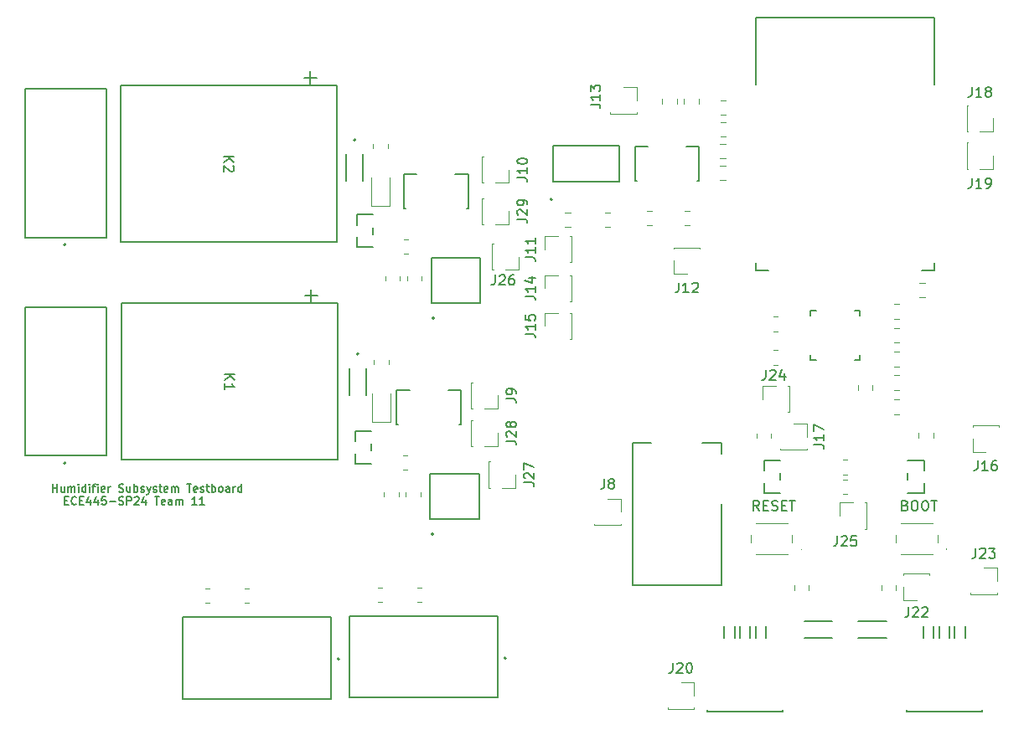
<source format=gbr>
%TF.GenerationSoftware,KiCad,Pcbnew,7.0.9*%
%TF.CreationDate,2024-03-19T15:39:07-05:00*%
%TF.ProjectId,Humidifier Subsystem,48756d69-6469-4666-9965-722053756273,rev?*%
%TF.SameCoordinates,Original*%
%TF.FileFunction,Legend,Top*%
%TF.FilePolarity,Positive*%
%FSLAX46Y46*%
G04 Gerber Fmt 4.6, Leading zero omitted, Abs format (unit mm)*
G04 Created by KiCad (PCBNEW 7.0.9) date 2024-03-19 15:39:07*
%MOMM*%
%LPD*%
G01*
G04 APERTURE LIST*
%ADD10C,0.200000*%
%ADD11C,0.150000*%
%ADD12C,0.127000*%
%ADD13C,0.120000*%
%ADD14C,0.152400*%
%ADD15C,0.100000*%
G04 APERTURE END LIST*
D10*
X46922054Y-102603695D02*
X46922054Y-101803695D01*
X46922054Y-102184647D02*
X47379197Y-102184647D01*
X47379197Y-102603695D02*
X47379197Y-101803695D01*
X48103006Y-102070361D02*
X48103006Y-102603695D01*
X47760149Y-102070361D02*
X47760149Y-102489409D01*
X47760149Y-102489409D02*
X47798244Y-102565600D01*
X47798244Y-102565600D02*
X47874434Y-102603695D01*
X47874434Y-102603695D02*
X47988720Y-102603695D01*
X47988720Y-102603695D02*
X48064911Y-102565600D01*
X48064911Y-102565600D02*
X48103006Y-102527504D01*
X48483959Y-102603695D02*
X48483959Y-102070361D01*
X48483959Y-102146552D02*
X48522054Y-102108457D01*
X48522054Y-102108457D02*
X48598244Y-102070361D01*
X48598244Y-102070361D02*
X48712530Y-102070361D01*
X48712530Y-102070361D02*
X48788721Y-102108457D01*
X48788721Y-102108457D02*
X48826816Y-102184647D01*
X48826816Y-102184647D02*
X48826816Y-102603695D01*
X48826816Y-102184647D02*
X48864911Y-102108457D01*
X48864911Y-102108457D02*
X48941102Y-102070361D01*
X48941102Y-102070361D02*
X49055387Y-102070361D01*
X49055387Y-102070361D02*
X49131578Y-102108457D01*
X49131578Y-102108457D02*
X49169673Y-102184647D01*
X49169673Y-102184647D02*
X49169673Y-102603695D01*
X49550626Y-102603695D02*
X49550626Y-102070361D01*
X49550626Y-101803695D02*
X49512530Y-101841790D01*
X49512530Y-101841790D02*
X49550626Y-101879885D01*
X49550626Y-101879885D02*
X49588721Y-101841790D01*
X49588721Y-101841790D02*
X49550626Y-101803695D01*
X49550626Y-101803695D02*
X49550626Y-101879885D01*
X50274435Y-102603695D02*
X50274435Y-101803695D01*
X50274435Y-102565600D02*
X50198244Y-102603695D01*
X50198244Y-102603695D02*
X50045863Y-102603695D01*
X50045863Y-102603695D02*
X49969673Y-102565600D01*
X49969673Y-102565600D02*
X49931578Y-102527504D01*
X49931578Y-102527504D02*
X49893482Y-102451314D01*
X49893482Y-102451314D02*
X49893482Y-102222742D01*
X49893482Y-102222742D02*
X49931578Y-102146552D01*
X49931578Y-102146552D02*
X49969673Y-102108457D01*
X49969673Y-102108457D02*
X50045863Y-102070361D01*
X50045863Y-102070361D02*
X50198244Y-102070361D01*
X50198244Y-102070361D02*
X50274435Y-102108457D01*
X50655388Y-102603695D02*
X50655388Y-102070361D01*
X50655388Y-101803695D02*
X50617292Y-101841790D01*
X50617292Y-101841790D02*
X50655388Y-101879885D01*
X50655388Y-101879885D02*
X50693483Y-101841790D01*
X50693483Y-101841790D02*
X50655388Y-101803695D01*
X50655388Y-101803695D02*
X50655388Y-101879885D01*
X50922054Y-102070361D02*
X51226816Y-102070361D01*
X51036340Y-102603695D02*
X51036340Y-101917980D01*
X51036340Y-101917980D02*
X51074435Y-101841790D01*
X51074435Y-101841790D02*
X51150625Y-101803695D01*
X51150625Y-101803695D02*
X51226816Y-101803695D01*
X51493483Y-102603695D02*
X51493483Y-102070361D01*
X51493483Y-101803695D02*
X51455387Y-101841790D01*
X51455387Y-101841790D02*
X51493483Y-101879885D01*
X51493483Y-101879885D02*
X51531578Y-101841790D01*
X51531578Y-101841790D02*
X51493483Y-101803695D01*
X51493483Y-101803695D02*
X51493483Y-101879885D01*
X52179197Y-102565600D02*
X52103006Y-102603695D01*
X52103006Y-102603695D02*
X51950625Y-102603695D01*
X51950625Y-102603695D02*
X51874435Y-102565600D01*
X51874435Y-102565600D02*
X51836339Y-102489409D01*
X51836339Y-102489409D02*
X51836339Y-102184647D01*
X51836339Y-102184647D02*
X51874435Y-102108457D01*
X51874435Y-102108457D02*
X51950625Y-102070361D01*
X51950625Y-102070361D02*
X52103006Y-102070361D01*
X52103006Y-102070361D02*
X52179197Y-102108457D01*
X52179197Y-102108457D02*
X52217292Y-102184647D01*
X52217292Y-102184647D02*
X52217292Y-102260838D01*
X52217292Y-102260838D02*
X51836339Y-102337028D01*
X52560149Y-102603695D02*
X52560149Y-102070361D01*
X52560149Y-102222742D02*
X52598244Y-102146552D01*
X52598244Y-102146552D02*
X52636339Y-102108457D01*
X52636339Y-102108457D02*
X52712530Y-102070361D01*
X52712530Y-102070361D02*
X52788720Y-102070361D01*
X53626815Y-102565600D02*
X53741101Y-102603695D01*
X53741101Y-102603695D02*
X53931577Y-102603695D01*
X53931577Y-102603695D02*
X54007768Y-102565600D01*
X54007768Y-102565600D02*
X54045863Y-102527504D01*
X54045863Y-102527504D02*
X54083958Y-102451314D01*
X54083958Y-102451314D02*
X54083958Y-102375123D01*
X54083958Y-102375123D02*
X54045863Y-102298933D01*
X54045863Y-102298933D02*
X54007768Y-102260838D01*
X54007768Y-102260838D02*
X53931577Y-102222742D01*
X53931577Y-102222742D02*
X53779196Y-102184647D01*
X53779196Y-102184647D02*
X53703006Y-102146552D01*
X53703006Y-102146552D02*
X53664911Y-102108457D01*
X53664911Y-102108457D02*
X53626815Y-102032266D01*
X53626815Y-102032266D02*
X53626815Y-101956076D01*
X53626815Y-101956076D02*
X53664911Y-101879885D01*
X53664911Y-101879885D02*
X53703006Y-101841790D01*
X53703006Y-101841790D02*
X53779196Y-101803695D01*
X53779196Y-101803695D02*
X53969673Y-101803695D01*
X53969673Y-101803695D02*
X54083958Y-101841790D01*
X54769673Y-102070361D02*
X54769673Y-102603695D01*
X54426816Y-102070361D02*
X54426816Y-102489409D01*
X54426816Y-102489409D02*
X54464911Y-102565600D01*
X54464911Y-102565600D02*
X54541101Y-102603695D01*
X54541101Y-102603695D02*
X54655387Y-102603695D01*
X54655387Y-102603695D02*
X54731578Y-102565600D01*
X54731578Y-102565600D02*
X54769673Y-102527504D01*
X55150626Y-102603695D02*
X55150626Y-101803695D01*
X55150626Y-102108457D02*
X55226816Y-102070361D01*
X55226816Y-102070361D02*
X55379197Y-102070361D01*
X55379197Y-102070361D02*
X55455388Y-102108457D01*
X55455388Y-102108457D02*
X55493483Y-102146552D01*
X55493483Y-102146552D02*
X55531578Y-102222742D01*
X55531578Y-102222742D02*
X55531578Y-102451314D01*
X55531578Y-102451314D02*
X55493483Y-102527504D01*
X55493483Y-102527504D02*
X55455388Y-102565600D01*
X55455388Y-102565600D02*
X55379197Y-102603695D01*
X55379197Y-102603695D02*
X55226816Y-102603695D01*
X55226816Y-102603695D02*
X55150626Y-102565600D01*
X55836340Y-102565600D02*
X55912531Y-102603695D01*
X55912531Y-102603695D02*
X56064912Y-102603695D01*
X56064912Y-102603695D02*
X56141102Y-102565600D01*
X56141102Y-102565600D02*
X56179198Y-102489409D01*
X56179198Y-102489409D02*
X56179198Y-102451314D01*
X56179198Y-102451314D02*
X56141102Y-102375123D01*
X56141102Y-102375123D02*
X56064912Y-102337028D01*
X56064912Y-102337028D02*
X55950626Y-102337028D01*
X55950626Y-102337028D02*
X55874436Y-102298933D01*
X55874436Y-102298933D02*
X55836340Y-102222742D01*
X55836340Y-102222742D02*
X55836340Y-102184647D01*
X55836340Y-102184647D02*
X55874436Y-102108457D01*
X55874436Y-102108457D02*
X55950626Y-102070361D01*
X55950626Y-102070361D02*
X56064912Y-102070361D01*
X56064912Y-102070361D02*
X56141102Y-102108457D01*
X56445864Y-102070361D02*
X56636340Y-102603695D01*
X56826817Y-102070361D02*
X56636340Y-102603695D01*
X56636340Y-102603695D02*
X56560150Y-102794171D01*
X56560150Y-102794171D02*
X56522055Y-102832266D01*
X56522055Y-102832266D02*
X56445864Y-102870361D01*
X57093483Y-102565600D02*
X57169674Y-102603695D01*
X57169674Y-102603695D02*
X57322055Y-102603695D01*
X57322055Y-102603695D02*
X57398245Y-102565600D01*
X57398245Y-102565600D02*
X57436341Y-102489409D01*
X57436341Y-102489409D02*
X57436341Y-102451314D01*
X57436341Y-102451314D02*
X57398245Y-102375123D01*
X57398245Y-102375123D02*
X57322055Y-102337028D01*
X57322055Y-102337028D02*
X57207769Y-102337028D01*
X57207769Y-102337028D02*
X57131579Y-102298933D01*
X57131579Y-102298933D02*
X57093483Y-102222742D01*
X57093483Y-102222742D02*
X57093483Y-102184647D01*
X57093483Y-102184647D02*
X57131579Y-102108457D01*
X57131579Y-102108457D02*
X57207769Y-102070361D01*
X57207769Y-102070361D02*
X57322055Y-102070361D01*
X57322055Y-102070361D02*
X57398245Y-102108457D01*
X57664912Y-102070361D02*
X57969674Y-102070361D01*
X57779198Y-101803695D02*
X57779198Y-102489409D01*
X57779198Y-102489409D02*
X57817293Y-102565600D01*
X57817293Y-102565600D02*
X57893483Y-102603695D01*
X57893483Y-102603695D02*
X57969674Y-102603695D01*
X58541103Y-102565600D02*
X58464912Y-102603695D01*
X58464912Y-102603695D02*
X58312531Y-102603695D01*
X58312531Y-102603695D02*
X58236341Y-102565600D01*
X58236341Y-102565600D02*
X58198245Y-102489409D01*
X58198245Y-102489409D02*
X58198245Y-102184647D01*
X58198245Y-102184647D02*
X58236341Y-102108457D01*
X58236341Y-102108457D02*
X58312531Y-102070361D01*
X58312531Y-102070361D02*
X58464912Y-102070361D01*
X58464912Y-102070361D02*
X58541103Y-102108457D01*
X58541103Y-102108457D02*
X58579198Y-102184647D01*
X58579198Y-102184647D02*
X58579198Y-102260838D01*
X58579198Y-102260838D02*
X58198245Y-102337028D01*
X58922055Y-102603695D02*
X58922055Y-102070361D01*
X58922055Y-102146552D02*
X58960150Y-102108457D01*
X58960150Y-102108457D02*
X59036340Y-102070361D01*
X59036340Y-102070361D02*
X59150626Y-102070361D01*
X59150626Y-102070361D02*
X59226817Y-102108457D01*
X59226817Y-102108457D02*
X59264912Y-102184647D01*
X59264912Y-102184647D02*
X59264912Y-102603695D01*
X59264912Y-102184647D02*
X59303007Y-102108457D01*
X59303007Y-102108457D02*
X59379198Y-102070361D01*
X59379198Y-102070361D02*
X59493483Y-102070361D01*
X59493483Y-102070361D02*
X59569674Y-102108457D01*
X59569674Y-102108457D02*
X59607769Y-102184647D01*
X59607769Y-102184647D02*
X59607769Y-102603695D01*
X60483960Y-101803695D02*
X60941103Y-101803695D01*
X60712531Y-102603695D02*
X60712531Y-101803695D01*
X61512532Y-102565600D02*
X61436341Y-102603695D01*
X61436341Y-102603695D02*
X61283960Y-102603695D01*
X61283960Y-102603695D02*
X61207770Y-102565600D01*
X61207770Y-102565600D02*
X61169674Y-102489409D01*
X61169674Y-102489409D02*
X61169674Y-102184647D01*
X61169674Y-102184647D02*
X61207770Y-102108457D01*
X61207770Y-102108457D02*
X61283960Y-102070361D01*
X61283960Y-102070361D02*
X61436341Y-102070361D01*
X61436341Y-102070361D02*
X61512532Y-102108457D01*
X61512532Y-102108457D02*
X61550627Y-102184647D01*
X61550627Y-102184647D02*
X61550627Y-102260838D01*
X61550627Y-102260838D02*
X61169674Y-102337028D01*
X61855388Y-102565600D02*
X61931579Y-102603695D01*
X61931579Y-102603695D02*
X62083960Y-102603695D01*
X62083960Y-102603695D02*
X62160150Y-102565600D01*
X62160150Y-102565600D02*
X62198246Y-102489409D01*
X62198246Y-102489409D02*
X62198246Y-102451314D01*
X62198246Y-102451314D02*
X62160150Y-102375123D01*
X62160150Y-102375123D02*
X62083960Y-102337028D01*
X62083960Y-102337028D02*
X61969674Y-102337028D01*
X61969674Y-102337028D02*
X61893484Y-102298933D01*
X61893484Y-102298933D02*
X61855388Y-102222742D01*
X61855388Y-102222742D02*
X61855388Y-102184647D01*
X61855388Y-102184647D02*
X61893484Y-102108457D01*
X61893484Y-102108457D02*
X61969674Y-102070361D01*
X61969674Y-102070361D02*
X62083960Y-102070361D01*
X62083960Y-102070361D02*
X62160150Y-102108457D01*
X62426817Y-102070361D02*
X62731579Y-102070361D01*
X62541103Y-101803695D02*
X62541103Y-102489409D01*
X62541103Y-102489409D02*
X62579198Y-102565600D01*
X62579198Y-102565600D02*
X62655388Y-102603695D01*
X62655388Y-102603695D02*
X62731579Y-102603695D01*
X62998246Y-102603695D02*
X62998246Y-101803695D01*
X62998246Y-102108457D02*
X63074436Y-102070361D01*
X63074436Y-102070361D02*
X63226817Y-102070361D01*
X63226817Y-102070361D02*
X63303008Y-102108457D01*
X63303008Y-102108457D02*
X63341103Y-102146552D01*
X63341103Y-102146552D02*
X63379198Y-102222742D01*
X63379198Y-102222742D02*
X63379198Y-102451314D01*
X63379198Y-102451314D02*
X63341103Y-102527504D01*
X63341103Y-102527504D02*
X63303008Y-102565600D01*
X63303008Y-102565600D02*
X63226817Y-102603695D01*
X63226817Y-102603695D02*
X63074436Y-102603695D01*
X63074436Y-102603695D02*
X62998246Y-102565600D01*
X63836341Y-102603695D02*
X63760151Y-102565600D01*
X63760151Y-102565600D02*
X63722056Y-102527504D01*
X63722056Y-102527504D02*
X63683960Y-102451314D01*
X63683960Y-102451314D02*
X63683960Y-102222742D01*
X63683960Y-102222742D02*
X63722056Y-102146552D01*
X63722056Y-102146552D02*
X63760151Y-102108457D01*
X63760151Y-102108457D02*
X63836341Y-102070361D01*
X63836341Y-102070361D02*
X63950627Y-102070361D01*
X63950627Y-102070361D02*
X64026818Y-102108457D01*
X64026818Y-102108457D02*
X64064913Y-102146552D01*
X64064913Y-102146552D02*
X64103008Y-102222742D01*
X64103008Y-102222742D02*
X64103008Y-102451314D01*
X64103008Y-102451314D02*
X64064913Y-102527504D01*
X64064913Y-102527504D02*
X64026818Y-102565600D01*
X64026818Y-102565600D02*
X63950627Y-102603695D01*
X63950627Y-102603695D02*
X63836341Y-102603695D01*
X64788723Y-102603695D02*
X64788723Y-102184647D01*
X64788723Y-102184647D02*
X64750628Y-102108457D01*
X64750628Y-102108457D02*
X64674437Y-102070361D01*
X64674437Y-102070361D02*
X64522056Y-102070361D01*
X64522056Y-102070361D02*
X64445866Y-102108457D01*
X64788723Y-102565600D02*
X64712532Y-102603695D01*
X64712532Y-102603695D02*
X64522056Y-102603695D01*
X64522056Y-102603695D02*
X64445866Y-102565600D01*
X64445866Y-102565600D02*
X64407770Y-102489409D01*
X64407770Y-102489409D02*
X64407770Y-102413219D01*
X64407770Y-102413219D02*
X64445866Y-102337028D01*
X64445866Y-102337028D02*
X64522056Y-102298933D01*
X64522056Y-102298933D02*
X64712532Y-102298933D01*
X64712532Y-102298933D02*
X64788723Y-102260838D01*
X65169676Y-102603695D02*
X65169676Y-102070361D01*
X65169676Y-102222742D02*
X65207771Y-102146552D01*
X65207771Y-102146552D02*
X65245866Y-102108457D01*
X65245866Y-102108457D02*
X65322057Y-102070361D01*
X65322057Y-102070361D02*
X65398247Y-102070361D01*
X66007771Y-102603695D02*
X66007771Y-101803695D01*
X66007771Y-102565600D02*
X65931580Y-102603695D01*
X65931580Y-102603695D02*
X65779199Y-102603695D01*
X65779199Y-102603695D02*
X65703009Y-102565600D01*
X65703009Y-102565600D02*
X65664914Y-102527504D01*
X65664914Y-102527504D02*
X65626818Y-102451314D01*
X65626818Y-102451314D02*
X65626818Y-102222742D01*
X65626818Y-102222742D02*
X65664914Y-102146552D01*
X65664914Y-102146552D02*
X65703009Y-102108457D01*
X65703009Y-102108457D02*
X65779199Y-102070361D01*
X65779199Y-102070361D02*
X65931580Y-102070361D01*
X65931580Y-102070361D02*
X66007771Y-102108457D01*
X48141102Y-103472647D02*
X48407768Y-103472647D01*
X48522054Y-103891695D02*
X48141102Y-103891695D01*
X48141102Y-103891695D02*
X48141102Y-103091695D01*
X48141102Y-103091695D02*
X48522054Y-103091695D01*
X49322055Y-103815504D02*
X49283959Y-103853600D01*
X49283959Y-103853600D02*
X49169674Y-103891695D01*
X49169674Y-103891695D02*
X49093483Y-103891695D01*
X49093483Y-103891695D02*
X48979197Y-103853600D01*
X48979197Y-103853600D02*
X48903007Y-103777409D01*
X48903007Y-103777409D02*
X48864912Y-103701219D01*
X48864912Y-103701219D02*
X48826816Y-103548838D01*
X48826816Y-103548838D02*
X48826816Y-103434552D01*
X48826816Y-103434552D02*
X48864912Y-103282171D01*
X48864912Y-103282171D02*
X48903007Y-103205980D01*
X48903007Y-103205980D02*
X48979197Y-103129790D01*
X48979197Y-103129790D02*
X49093483Y-103091695D01*
X49093483Y-103091695D02*
X49169674Y-103091695D01*
X49169674Y-103091695D02*
X49283959Y-103129790D01*
X49283959Y-103129790D02*
X49322055Y-103167885D01*
X49664912Y-103472647D02*
X49931578Y-103472647D01*
X50045864Y-103891695D02*
X49664912Y-103891695D01*
X49664912Y-103891695D02*
X49664912Y-103091695D01*
X49664912Y-103091695D02*
X50045864Y-103091695D01*
X50731579Y-103358361D02*
X50731579Y-103891695D01*
X50541103Y-103053600D02*
X50350626Y-103625028D01*
X50350626Y-103625028D02*
X50845865Y-103625028D01*
X51493484Y-103358361D02*
X51493484Y-103891695D01*
X51303008Y-103053600D02*
X51112531Y-103625028D01*
X51112531Y-103625028D02*
X51607770Y-103625028D01*
X52293484Y-103091695D02*
X51912532Y-103091695D01*
X51912532Y-103091695D02*
X51874436Y-103472647D01*
X51874436Y-103472647D02*
X51912532Y-103434552D01*
X51912532Y-103434552D02*
X51988722Y-103396457D01*
X51988722Y-103396457D02*
X52179198Y-103396457D01*
X52179198Y-103396457D02*
X52255389Y-103434552D01*
X52255389Y-103434552D02*
X52293484Y-103472647D01*
X52293484Y-103472647D02*
X52331579Y-103548838D01*
X52331579Y-103548838D02*
X52331579Y-103739314D01*
X52331579Y-103739314D02*
X52293484Y-103815504D01*
X52293484Y-103815504D02*
X52255389Y-103853600D01*
X52255389Y-103853600D02*
X52179198Y-103891695D01*
X52179198Y-103891695D02*
X51988722Y-103891695D01*
X51988722Y-103891695D02*
X51912532Y-103853600D01*
X51912532Y-103853600D02*
X51874436Y-103815504D01*
X52674437Y-103586933D02*
X53283961Y-103586933D01*
X53626817Y-103853600D02*
X53741103Y-103891695D01*
X53741103Y-103891695D02*
X53931579Y-103891695D01*
X53931579Y-103891695D02*
X54007770Y-103853600D01*
X54007770Y-103853600D02*
X54045865Y-103815504D01*
X54045865Y-103815504D02*
X54083960Y-103739314D01*
X54083960Y-103739314D02*
X54083960Y-103663123D01*
X54083960Y-103663123D02*
X54045865Y-103586933D01*
X54045865Y-103586933D02*
X54007770Y-103548838D01*
X54007770Y-103548838D02*
X53931579Y-103510742D01*
X53931579Y-103510742D02*
X53779198Y-103472647D01*
X53779198Y-103472647D02*
X53703008Y-103434552D01*
X53703008Y-103434552D02*
X53664913Y-103396457D01*
X53664913Y-103396457D02*
X53626817Y-103320266D01*
X53626817Y-103320266D02*
X53626817Y-103244076D01*
X53626817Y-103244076D02*
X53664913Y-103167885D01*
X53664913Y-103167885D02*
X53703008Y-103129790D01*
X53703008Y-103129790D02*
X53779198Y-103091695D01*
X53779198Y-103091695D02*
X53969675Y-103091695D01*
X53969675Y-103091695D02*
X54083960Y-103129790D01*
X54426818Y-103891695D02*
X54426818Y-103091695D01*
X54426818Y-103091695D02*
X54731580Y-103091695D01*
X54731580Y-103091695D02*
X54807770Y-103129790D01*
X54807770Y-103129790D02*
X54845865Y-103167885D01*
X54845865Y-103167885D02*
X54883961Y-103244076D01*
X54883961Y-103244076D02*
X54883961Y-103358361D01*
X54883961Y-103358361D02*
X54845865Y-103434552D01*
X54845865Y-103434552D02*
X54807770Y-103472647D01*
X54807770Y-103472647D02*
X54731580Y-103510742D01*
X54731580Y-103510742D02*
X54426818Y-103510742D01*
X55188722Y-103167885D02*
X55226818Y-103129790D01*
X55226818Y-103129790D02*
X55303008Y-103091695D01*
X55303008Y-103091695D02*
X55493484Y-103091695D01*
X55493484Y-103091695D02*
X55569675Y-103129790D01*
X55569675Y-103129790D02*
X55607770Y-103167885D01*
X55607770Y-103167885D02*
X55645865Y-103244076D01*
X55645865Y-103244076D02*
X55645865Y-103320266D01*
X55645865Y-103320266D02*
X55607770Y-103434552D01*
X55607770Y-103434552D02*
X55150627Y-103891695D01*
X55150627Y-103891695D02*
X55645865Y-103891695D01*
X56331580Y-103358361D02*
X56331580Y-103891695D01*
X56141104Y-103053600D02*
X55950627Y-103625028D01*
X55950627Y-103625028D02*
X56445866Y-103625028D01*
X57245866Y-103091695D02*
X57703009Y-103091695D01*
X57474437Y-103891695D02*
X57474437Y-103091695D01*
X58274438Y-103853600D02*
X58198247Y-103891695D01*
X58198247Y-103891695D02*
X58045866Y-103891695D01*
X58045866Y-103891695D02*
X57969676Y-103853600D01*
X57969676Y-103853600D02*
X57931580Y-103777409D01*
X57931580Y-103777409D02*
X57931580Y-103472647D01*
X57931580Y-103472647D02*
X57969676Y-103396457D01*
X57969676Y-103396457D02*
X58045866Y-103358361D01*
X58045866Y-103358361D02*
X58198247Y-103358361D01*
X58198247Y-103358361D02*
X58274438Y-103396457D01*
X58274438Y-103396457D02*
X58312533Y-103472647D01*
X58312533Y-103472647D02*
X58312533Y-103548838D01*
X58312533Y-103548838D02*
X57931580Y-103625028D01*
X58998247Y-103891695D02*
X58998247Y-103472647D01*
X58998247Y-103472647D02*
X58960152Y-103396457D01*
X58960152Y-103396457D02*
X58883961Y-103358361D01*
X58883961Y-103358361D02*
X58731580Y-103358361D01*
X58731580Y-103358361D02*
X58655390Y-103396457D01*
X58998247Y-103853600D02*
X58922056Y-103891695D01*
X58922056Y-103891695D02*
X58731580Y-103891695D01*
X58731580Y-103891695D02*
X58655390Y-103853600D01*
X58655390Y-103853600D02*
X58617294Y-103777409D01*
X58617294Y-103777409D02*
X58617294Y-103701219D01*
X58617294Y-103701219D02*
X58655390Y-103625028D01*
X58655390Y-103625028D02*
X58731580Y-103586933D01*
X58731580Y-103586933D02*
X58922056Y-103586933D01*
X58922056Y-103586933D02*
X58998247Y-103548838D01*
X59379200Y-103891695D02*
X59379200Y-103358361D01*
X59379200Y-103434552D02*
X59417295Y-103396457D01*
X59417295Y-103396457D02*
X59493485Y-103358361D01*
X59493485Y-103358361D02*
X59607771Y-103358361D01*
X59607771Y-103358361D02*
X59683962Y-103396457D01*
X59683962Y-103396457D02*
X59722057Y-103472647D01*
X59722057Y-103472647D02*
X59722057Y-103891695D01*
X59722057Y-103472647D02*
X59760152Y-103396457D01*
X59760152Y-103396457D02*
X59836343Y-103358361D01*
X59836343Y-103358361D02*
X59950628Y-103358361D01*
X59950628Y-103358361D02*
X60026819Y-103396457D01*
X60026819Y-103396457D02*
X60064914Y-103472647D01*
X60064914Y-103472647D02*
X60064914Y-103891695D01*
X61474438Y-103891695D02*
X61017295Y-103891695D01*
X61245867Y-103891695D02*
X61245867Y-103091695D01*
X61245867Y-103091695D02*
X61169676Y-103205980D01*
X61169676Y-103205980D02*
X61093486Y-103282171D01*
X61093486Y-103282171D02*
X61017295Y-103320266D01*
X62236343Y-103891695D02*
X61779200Y-103891695D01*
X62007772Y-103891695D02*
X62007772Y-103091695D01*
X62007772Y-103091695D02*
X61931581Y-103205980D01*
X61931581Y-103205980D02*
X61855391Y-103282171D01*
X61855391Y-103282171D02*
X61779200Y-103320266D01*
D11*
X133070112Y-103946009D02*
X133212969Y-103993628D01*
X133212969Y-103993628D02*
X133260588Y-104041247D01*
X133260588Y-104041247D02*
X133308207Y-104136485D01*
X133308207Y-104136485D02*
X133308207Y-104279342D01*
X133308207Y-104279342D02*
X133260588Y-104374580D01*
X133260588Y-104374580D02*
X133212969Y-104422200D01*
X133212969Y-104422200D02*
X133117731Y-104469819D01*
X133117731Y-104469819D02*
X132736779Y-104469819D01*
X132736779Y-104469819D02*
X132736779Y-103469819D01*
X132736779Y-103469819D02*
X133070112Y-103469819D01*
X133070112Y-103469819D02*
X133165350Y-103517438D01*
X133165350Y-103517438D02*
X133212969Y-103565057D01*
X133212969Y-103565057D02*
X133260588Y-103660295D01*
X133260588Y-103660295D02*
X133260588Y-103755533D01*
X133260588Y-103755533D02*
X133212969Y-103850771D01*
X133212969Y-103850771D02*
X133165350Y-103898390D01*
X133165350Y-103898390D02*
X133070112Y-103946009D01*
X133070112Y-103946009D02*
X132736779Y-103946009D01*
X133927255Y-103469819D02*
X134117731Y-103469819D01*
X134117731Y-103469819D02*
X134212969Y-103517438D01*
X134212969Y-103517438D02*
X134308207Y-103612676D01*
X134308207Y-103612676D02*
X134355826Y-103803152D01*
X134355826Y-103803152D02*
X134355826Y-104136485D01*
X134355826Y-104136485D02*
X134308207Y-104326961D01*
X134308207Y-104326961D02*
X134212969Y-104422200D01*
X134212969Y-104422200D02*
X134117731Y-104469819D01*
X134117731Y-104469819D02*
X133927255Y-104469819D01*
X133927255Y-104469819D02*
X133832017Y-104422200D01*
X133832017Y-104422200D02*
X133736779Y-104326961D01*
X133736779Y-104326961D02*
X133689160Y-104136485D01*
X133689160Y-104136485D02*
X133689160Y-103803152D01*
X133689160Y-103803152D02*
X133736779Y-103612676D01*
X133736779Y-103612676D02*
X133832017Y-103517438D01*
X133832017Y-103517438D02*
X133927255Y-103469819D01*
X134974874Y-103469819D02*
X135165350Y-103469819D01*
X135165350Y-103469819D02*
X135260588Y-103517438D01*
X135260588Y-103517438D02*
X135355826Y-103612676D01*
X135355826Y-103612676D02*
X135403445Y-103803152D01*
X135403445Y-103803152D02*
X135403445Y-104136485D01*
X135403445Y-104136485D02*
X135355826Y-104326961D01*
X135355826Y-104326961D02*
X135260588Y-104422200D01*
X135260588Y-104422200D02*
X135165350Y-104469819D01*
X135165350Y-104469819D02*
X134974874Y-104469819D01*
X134974874Y-104469819D02*
X134879636Y-104422200D01*
X134879636Y-104422200D02*
X134784398Y-104326961D01*
X134784398Y-104326961D02*
X134736779Y-104136485D01*
X134736779Y-104136485D02*
X134736779Y-103803152D01*
X134736779Y-103803152D02*
X134784398Y-103612676D01*
X134784398Y-103612676D02*
X134879636Y-103517438D01*
X134879636Y-103517438D02*
X134974874Y-103469819D01*
X135689160Y-103469819D02*
X136260588Y-103469819D01*
X135974874Y-104469819D02*
X135974874Y-103469819D01*
X118308207Y-104469819D02*
X117974874Y-103993628D01*
X117736779Y-104469819D02*
X117736779Y-103469819D01*
X117736779Y-103469819D02*
X118117731Y-103469819D01*
X118117731Y-103469819D02*
X118212969Y-103517438D01*
X118212969Y-103517438D02*
X118260588Y-103565057D01*
X118260588Y-103565057D02*
X118308207Y-103660295D01*
X118308207Y-103660295D02*
X118308207Y-103803152D01*
X118308207Y-103803152D02*
X118260588Y-103898390D01*
X118260588Y-103898390D02*
X118212969Y-103946009D01*
X118212969Y-103946009D02*
X118117731Y-103993628D01*
X118117731Y-103993628D02*
X117736779Y-103993628D01*
X118736779Y-103946009D02*
X119070112Y-103946009D01*
X119212969Y-104469819D02*
X118736779Y-104469819D01*
X118736779Y-104469819D02*
X118736779Y-103469819D01*
X118736779Y-103469819D02*
X119212969Y-103469819D01*
X119593922Y-104422200D02*
X119736779Y-104469819D01*
X119736779Y-104469819D02*
X119974874Y-104469819D01*
X119974874Y-104469819D02*
X120070112Y-104422200D01*
X120070112Y-104422200D02*
X120117731Y-104374580D01*
X120117731Y-104374580D02*
X120165350Y-104279342D01*
X120165350Y-104279342D02*
X120165350Y-104184104D01*
X120165350Y-104184104D02*
X120117731Y-104088866D01*
X120117731Y-104088866D02*
X120070112Y-104041247D01*
X120070112Y-104041247D02*
X119974874Y-103993628D01*
X119974874Y-103993628D02*
X119784398Y-103946009D01*
X119784398Y-103946009D02*
X119689160Y-103898390D01*
X119689160Y-103898390D02*
X119641541Y-103850771D01*
X119641541Y-103850771D02*
X119593922Y-103755533D01*
X119593922Y-103755533D02*
X119593922Y-103660295D01*
X119593922Y-103660295D02*
X119641541Y-103565057D01*
X119641541Y-103565057D02*
X119689160Y-103517438D01*
X119689160Y-103517438D02*
X119784398Y-103469819D01*
X119784398Y-103469819D02*
X120022493Y-103469819D01*
X120022493Y-103469819D02*
X120165350Y-103517438D01*
X120593922Y-103946009D02*
X120927255Y-103946009D01*
X121070112Y-104469819D02*
X120593922Y-104469819D01*
X120593922Y-104469819D02*
X120593922Y-103469819D01*
X120593922Y-103469819D02*
X121070112Y-103469819D01*
X121355827Y-103469819D02*
X121927255Y-103469819D01*
X121641541Y-104469819D02*
X121641541Y-103469819D01*
X139790476Y-70854819D02*
X139790476Y-71569104D01*
X139790476Y-71569104D02*
X139742857Y-71711961D01*
X139742857Y-71711961D02*
X139647619Y-71807200D01*
X139647619Y-71807200D02*
X139504762Y-71854819D01*
X139504762Y-71854819D02*
X139409524Y-71854819D01*
X140790476Y-71854819D02*
X140219048Y-71854819D01*
X140504762Y-71854819D02*
X140504762Y-70854819D01*
X140504762Y-70854819D02*
X140409524Y-70997676D01*
X140409524Y-70997676D02*
X140314286Y-71092914D01*
X140314286Y-71092914D02*
X140219048Y-71140533D01*
X141266667Y-71854819D02*
X141457143Y-71854819D01*
X141457143Y-71854819D02*
X141552381Y-71807200D01*
X141552381Y-71807200D02*
X141600000Y-71759580D01*
X141600000Y-71759580D02*
X141695238Y-71616723D01*
X141695238Y-71616723D02*
X141742857Y-71426247D01*
X141742857Y-71426247D02*
X141742857Y-71045295D01*
X141742857Y-71045295D02*
X141695238Y-70950057D01*
X141695238Y-70950057D02*
X141647619Y-70902438D01*
X141647619Y-70902438D02*
X141552381Y-70854819D01*
X141552381Y-70854819D02*
X141361905Y-70854819D01*
X141361905Y-70854819D02*
X141266667Y-70902438D01*
X141266667Y-70902438D02*
X141219048Y-70950057D01*
X141219048Y-70950057D02*
X141171429Y-71045295D01*
X141171429Y-71045295D02*
X141171429Y-71283390D01*
X141171429Y-71283390D02*
X141219048Y-71378628D01*
X141219048Y-71378628D02*
X141266667Y-71426247D01*
X141266667Y-71426247D02*
X141361905Y-71473866D01*
X141361905Y-71473866D02*
X141552381Y-71473866D01*
X141552381Y-71473866D02*
X141647619Y-71426247D01*
X141647619Y-71426247D02*
X141695238Y-71378628D01*
X141695238Y-71378628D02*
X141742857Y-71283390D01*
X126190476Y-107054819D02*
X126190476Y-107769104D01*
X126190476Y-107769104D02*
X126142857Y-107911961D01*
X126142857Y-107911961D02*
X126047619Y-108007200D01*
X126047619Y-108007200D02*
X125904762Y-108054819D01*
X125904762Y-108054819D02*
X125809524Y-108054819D01*
X126619048Y-107150057D02*
X126666667Y-107102438D01*
X126666667Y-107102438D02*
X126761905Y-107054819D01*
X126761905Y-107054819D02*
X127000000Y-107054819D01*
X127000000Y-107054819D02*
X127095238Y-107102438D01*
X127095238Y-107102438D02*
X127142857Y-107150057D01*
X127142857Y-107150057D02*
X127190476Y-107245295D01*
X127190476Y-107245295D02*
X127190476Y-107340533D01*
X127190476Y-107340533D02*
X127142857Y-107483390D01*
X127142857Y-107483390D02*
X126571429Y-108054819D01*
X126571429Y-108054819D02*
X127190476Y-108054819D01*
X128095238Y-107054819D02*
X127619048Y-107054819D01*
X127619048Y-107054819D02*
X127571429Y-107531009D01*
X127571429Y-107531009D02*
X127619048Y-107483390D01*
X127619048Y-107483390D02*
X127714286Y-107435771D01*
X127714286Y-107435771D02*
X127952381Y-107435771D01*
X127952381Y-107435771D02*
X128047619Y-107483390D01*
X128047619Y-107483390D02*
X128095238Y-107531009D01*
X128095238Y-107531009D02*
X128142857Y-107626247D01*
X128142857Y-107626247D02*
X128142857Y-107864342D01*
X128142857Y-107864342D02*
X128095238Y-107959580D01*
X128095238Y-107959580D02*
X128047619Y-108007200D01*
X128047619Y-108007200D02*
X127952381Y-108054819D01*
X127952381Y-108054819D02*
X127714286Y-108054819D01*
X127714286Y-108054819D02*
X127619048Y-108007200D01*
X127619048Y-108007200D02*
X127571429Y-107959580D01*
X109590476Y-119884819D02*
X109590476Y-120599104D01*
X109590476Y-120599104D02*
X109542857Y-120741961D01*
X109542857Y-120741961D02*
X109447619Y-120837200D01*
X109447619Y-120837200D02*
X109304762Y-120884819D01*
X109304762Y-120884819D02*
X109209524Y-120884819D01*
X110019048Y-119980057D02*
X110066667Y-119932438D01*
X110066667Y-119932438D02*
X110161905Y-119884819D01*
X110161905Y-119884819D02*
X110400000Y-119884819D01*
X110400000Y-119884819D02*
X110495238Y-119932438D01*
X110495238Y-119932438D02*
X110542857Y-119980057D01*
X110542857Y-119980057D02*
X110590476Y-120075295D01*
X110590476Y-120075295D02*
X110590476Y-120170533D01*
X110590476Y-120170533D02*
X110542857Y-120313390D01*
X110542857Y-120313390D02*
X109971429Y-120884819D01*
X109971429Y-120884819D02*
X110590476Y-120884819D01*
X111209524Y-119884819D02*
X111304762Y-119884819D01*
X111304762Y-119884819D02*
X111400000Y-119932438D01*
X111400000Y-119932438D02*
X111447619Y-119980057D01*
X111447619Y-119980057D02*
X111495238Y-120075295D01*
X111495238Y-120075295D02*
X111542857Y-120265771D01*
X111542857Y-120265771D02*
X111542857Y-120503866D01*
X111542857Y-120503866D02*
X111495238Y-120694342D01*
X111495238Y-120694342D02*
X111447619Y-120789580D01*
X111447619Y-120789580D02*
X111400000Y-120837200D01*
X111400000Y-120837200D02*
X111304762Y-120884819D01*
X111304762Y-120884819D02*
X111209524Y-120884819D01*
X111209524Y-120884819D02*
X111114286Y-120837200D01*
X111114286Y-120837200D02*
X111066667Y-120789580D01*
X111066667Y-120789580D02*
X111019048Y-120694342D01*
X111019048Y-120694342D02*
X110971429Y-120503866D01*
X110971429Y-120503866D02*
X110971429Y-120265771D01*
X110971429Y-120265771D02*
X111019048Y-120075295D01*
X111019048Y-120075295D02*
X111066667Y-119980057D01*
X111066667Y-119980057D02*
X111114286Y-119932438D01*
X111114286Y-119932438D02*
X111209524Y-119884819D01*
X64327832Y-90696905D02*
X65327832Y-90696905D01*
X64327832Y-91268333D02*
X64899261Y-90839762D01*
X65327832Y-91268333D02*
X64756404Y-90696905D01*
X64327832Y-92220714D02*
X64327832Y-91649286D01*
X64327832Y-91935000D02*
X65327832Y-91935000D01*
X65327832Y-91935000D02*
X65184975Y-91839762D01*
X65184975Y-91839762D02*
X65089737Y-91744524D01*
X65089737Y-91744524D02*
X65042118Y-91649286D01*
X140390476Y-99424819D02*
X140390476Y-100139104D01*
X140390476Y-100139104D02*
X140342857Y-100281961D01*
X140342857Y-100281961D02*
X140247619Y-100377200D01*
X140247619Y-100377200D02*
X140104762Y-100424819D01*
X140104762Y-100424819D02*
X140009524Y-100424819D01*
X141390476Y-100424819D02*
X140819048Y-100424819D01*
X141104762Y-100424819D02*
X141104762Y-99424819D01*
X141104762Y-99424819D02*
X141009524Y-99567676D01*
X141009524Y-99567676D02*
X140914286Y-99662914D01*
X140914286Y-99662914D02*
X140819048Y-99710533D01*
X142247619Y-99424819D02*
X142057143Y-99424819D01*
X142057143Y-99424819D02*
X141961905Y-99472438D01*
X141961905Y-99472438D02*
X141914286Y-99520057D01*
X141914286Y-99520057D02*
X141819048Y-99662914D01*
X141819048Y-99662914D02*
X141771429Y-99853390D01*
X141771429Y-99853390D02*
X141771429Y-100234342D01*
X141771429Y-100234342D02*
X141819048Y-100329580D01*
X141819048Y-100329580D02*
X141866667Y-100377200D01*
X141866667Y-100377200D02*
X141961905Y-100424819D01*
X141961905Y-100424819D02*
X142152381Y-100424819D01*
X142152381Y-100424819D02*
X142247619Y-100377200D01*
X142247619Y-100377200D02*
X142295238Y-100329580D01*
X142295238Y-100329580D02*
X142342857Y-100234342D01*
X142342857Y-100234342D02*
X142342857Y-99996247D01*
X142342857Y-99996247D02*
X142295238Y-99901009D01*
X142295238Y-99901009D02*
X142247619Y-99853390D01*
X142247619Y-99853390D02*
X142152381Y-99805771D01*
X142152381Y-99805771D02*
X141961905Y-99805771D01*
X141961905Y-99805771D02*
X141866667Y-99853390D01*
X141866667Y-99853390D02*
X141819048Y-99901009D01*
X141819048Y-99901009D02*
X141771429Y-99996247D01*
X94684819Y-82809523D02*
X95399104Y-82809523D01*
X95399104Y-82809523D02*
X95541961Y-82857142D01*
X95541961Y-82857142D02*
X95637200Y-82952380D01*
X95637200Y-82952380D02*
X95684819Y-83095237D01*
X95684819Y-83095237D02*
X95684819Y-83190475D01*
X95684819Y-81809523D02*
X95684819Y-82380951D01*
X95684819Y-82095237D02*
X94684819Y-82095237D01*
X94684819Y-82095237D02*
X94827676Y-82190475D01*
X94827676Y-82190475D02*
X94922914Y-82285713D01*
X94922914Y-82285713D02*
X94970533Y-82380951D01*
X95018152Y-80952380D02*
X95684819Y-80952380D01*
X94637200Y-81190475D02*
X95351485Y-81428570D01*
X95351485Y-81428570D02*
X95351485Y-80809523D01*
X102666666Y-101284819D02*
X102666666Y-101999104D01*
X102666666Y-101999104D02*
X102619047Y-102141961D01*
X102619047Y-102141961D02*
X102523809Y-102237200D01*
X102523809Y-102237200D02*
X102380952Y-102284819D01*
X102380952Y-102284819D02*
X102285714Y-102284819D01*
X103285714Y-101713390D02*
X103190476Y-101665771D01*
X103190476Y-101665771D02*
X103142857Y-101618152D01*
X103142857Y-101618152D02*
X103095238Y-101522914D01*
X103095238Y-101522914D02*
X103095238Y-101475295D01*
X103095238Y-101475295D02*
X103142857Y-101380057D01*
X103142857Y-101380057D02*
X103190476Y-101332438D01*
X103190476Y-101332438D02*
X103285714Y-101284819D01*
X103285714Y-101284819D02*
X103476190Y-101284819D01*
X103476190Y-101284819D02*
X103571428Y-101332438D01*
X103571428Y-101332438D02*
X103619047Y-101380057D01*
X103619047Y-101380057D02*
X103666666Y-101475295D01*
X103666666Y-101475295D02*
X103666666Y-101522914D01*
X103666666Y-101522914D02*
X103619047Y-101618152D01*
X103619047Y-101618152D02*
X103571428Y-101665771D01*
X103571428Y-101665771D02*
X103476190Y-101713390D01*
X103476190Y-101713390D02*
X103285714Y-101713390D01*
X103285714Y-101713390D02*
X103190476Y-101761009D01*
X103190476Y-101761009D02*
X103142857Y-101808628D01*
X103142857Y-101808628D02*
X103095238Y-101903866D01*
X103095238Y-101903866D02*
X103095238Y-102094342D01*
X103095238Y-102094342D02*
X103142857Y-102189580D01*
X103142857Y-102189580D02*
X103190476Y-102237200D01*
X103190476Y-102237200D02*
X103285714Y-102284819D01*
X103285714Y-102284819D02*
X103476190Y-102284819D01*
X103476190Y-102284819D02*
X103571428Y-102237200D01*
X103571428Y-102237200D02*
X103619047Y-102189580D01*
X103619047Y-102189580D02*
X103666666Y-102094342D01*
X103666666Y-102094342D02*
X103666666Y-101903866D01*
X103666666Y-101903866D02*
X103619047Y-101808628D01*
X103619047Y-101808628D02*
X103571428Y-101761009D01*
X103571428Y-101761009D02*
X103476190Y-101713390D01*
X133390476Y-114254819D02*
X133390476Y-114969104D01*
X133390476Y-114969104D02*
X133342857Y-115111961D01*
X133342857Y-115111961D02*
X133247619Y-115207200D01*
X133247619Y-115207200D02*
X133104762Y-115254819D01*
X133104762Y-115254819D02*
X133009524Y-115254819D01*
X133819048Y-114350057D02*
X133866667Y-114302438D01*
X133866667Y-114302438D02*
X133961905Y-114254819D01*
X133961905Y-114254819D02*
X134200000Y-114254819D01*
X134200000Y-114254819D02*
X134295238Y-114302438D01*
X134295238Y-114302438D02*
X134342857Y-114350057D01*
X134342857Y-114350057D02*
X134390476Y-114445295D01*
X134390476Y-114445295D02*
X134390476Y-114540533D01*
X134390476Y-114540533D02*
X134342857Y-114683390D01*
X134342857Y-114683390D02*
X133771429Y-115254819D01*
X133771429Y-115254819D02*
X134390476Y-115254819D01*
X134771429Y-114350057D02*
X134819048Y-114302438D01*
X134819048Y-114302438D02*
X134914286Y-114254819D01*
X134914286Y-114254819D02*
X135152381Y-114254819D01*
X135152381Y-114254819D02*
X135247619Y-114302438D01*
X135247619Y-114302438D02*
X135295238Y-114350057D01*
X135295238Y-114350057D02*
X135342857Y-114445295D01*
X135342857Y-114445295D02*
X135342857Y-114540533D01*
X135342857Y-114540533D02*
X135295238Y-114683390D01*
X135295238Y-114683390D02*
X134723810Y-115254819D01*
X134723810Y-115254819D02*
X135342857Y-115254819D01*
X93874821Y-75009523D02*
X94589106Y-75009523D01*
X94589106Y-75009523D02*
X94731963Y-75057142D01*
X94731963Y-75057142D02*
X94827202Y-75152380D01*
X94827202Y-75152380D02*
X94874821Y-75295237D01*
X94874821Y-75295237D02*
X94874821Y-75390475D01*
X93970059Y-74580951D02*
X93922440Y-74533332D01*
X93922440Y-74533332D02*
X93874821Y-74438094D01*
X93874821Y-74438094D02*
X93874821Y-74199999D01*
X93874821Y-74199999D02*
X93922440Y-74104761D01*
X93922440Y-74104761D02*
X93970059Y-74057142D01*
X93970059Y-74057142D02*
X94065297Y-74009523D01*
X94065297Y-74009523D02*
X94160535Y-74009523D01*
X94160535Y-74009523D02*
X94303392Y-74057142D01*
X94303392Y-74057142D02*
X94874821Y-74628570D01*
X94874821Y-74628570D02*
X94874821Y-74009523D01*
X94874821Y-73533332D02*
X94874821Y-73342856D01*
X94874821Y-73342856D02*
X94827202Y-73247618D01*
X94827202Y-73247618D02*
X94779582Y-73199999D01*
X94779582Y-73199999D02*
X94636725Y-73104761D01*
X94636725Y-73104761D02*
X94446249Y-73057142D01*
X94446249Y-73057142D02*
X94065297Y-73057142D01*
X94065297Y-73057142D02*
X93970059Y-73104761D01*
X93970059Y-73104761D02*
X93922440Y-73152380D01*
X93922440Y-73152380D02*
X93874821Y-73247618D01*
X93874821Y-73247618D02*
X93874821Y-73438094D01*
X93874821Y-73438094D02*
X93922440Y-73533332D01*
X93922440Y-73533332D02*
X93970059Y-73580951D01*
X93970059Y-73580951D02*
X94065297Y-73628570D01*
X94065297Y-73628570D02*
X94303392Y-73628570D01*
X94303392Y-73628570D02*
X94398630Y-73580951D01*
X94398630Y-73580951D02*
X94446249Y-73533332D01*
X94446249Y-73533332D02*
X94493868Y-73438094D01*
X94493868Y-73438094D02*
X94493868Y-73247618D01*
X94493868Y-73247618D02*
X94446249Y-73152380D01*
X94446249Y-73152380D02*
X94398630Y-73104761D01*
X94398630Y-73104761D02*
X94303392Y-73057142D01*
X123854819Y-97809523D02*
X124569104Y-97809523D01*
X124569104Y-97809523D02*
X124711961Y-97857142D01*
X124711961Y-97857142D02*
X124807200Y-97952380D01*
X124807200Y-97952380D02*
X124854819Y-98095237D01*
X124854819Y-98095237D02*
X124854819Y-98190475D01*
X124854819Y-96809523D02*
X124854819Y-97380951D01*
X124854819Y-97095237D02*
X123854819Y-97095237D01*
X123854819Y-97095237D02*
X123997676Y-97190475D01*
X123997676Y-97190475D02*
X124092914Y-97285713D01*
X124092914Y-97285713D02*
X124140533Y-97380951D01*
X123854819Y-96476189D02*
X123854819Y-95809523D01*
X123854819Y-95809523D02*
X124854819Y-96238094D01*
X94684819Y-78859523D02*
X95399104Y-78859523D01*
X95399104Y-78859523D02*
X95541961Y-78907142D01*
X95541961Y-78907142D02*
X95637200Y-79002380D01*
X95637200Y-79002380D02*
X95684819Y-79145237D01*
X95684819Y-79145237D02*
X95684819Y-79240475D01*
X95684819Y-77859523D02*
X95684819Y-78430951D01*
X95684819Y-78145237D02*
X94684819Y-78145237D01*
X94684819Y-78145237D02*
X94827676Y-78240475D01*
X94827676Y-78240475D02*
X94922914Y-78335713D01*
X94922914Y-78335713D02*
X94970533Y-78430951D01*
X95684819Y-76907142D02*
X95684819Y-77478570D01*
X95684819Y-77192856D02*
X94684819Y-77192856D01*
X94684819Y-77192856D02*
X94827676Y-77288094D01*
X94827676Y-77288094D02*
X94922914Y-77383332D01*
X94922914Y-77383332D02*
X94970533Y-77478570D01*
X92757473Y-97444524D02*
X93471758Y-97444524D01*
X93471758Y-97444524D02*
X93614615Y-97492143D01*
X93614615Y-97492143D02*
X93709854Y-97587381D01*
X93709854Y-97587381D02*
X93757473Y-97730238D01*
X93757473Y-97730238D02*
X93757473Y-97825476D01*
X92852711Y-97015952D02*
X92805092Y-96968333D01*
X92805092Y-96968333D02*
X92757473Y-96873095D01*
X92757473Y-96873095D02*
X92757473Y-96635000D01*
X92757473Y-96635000D02*
X92805092Y-96539762D01*
X92805092Y-96539762D02*
X92852711Y-96492143D01*
X92852711Y-96492143D02*
X92947949Y-96444524D01*
X92947949Y-96444524D02*
X93043187Y-96444524D01*
X93043187Y-96444524D02*
X93186044Y-96492143D01*
X93186044Y-96492143D02*
X93757473Y-97063571D01*
X93757473Y-97063571D02*
X93757473Y-96444524D01*
X93186044Y-95873095D02*
X93138425Y-95968333D01*
X93138425Y-95968333D02*
X93090806Y-96015952D01*
X93090806Y-96015952D02*
X92995568Y-96063571D01*
X92995568Y-96063571D02*
X92947949Y-96063571D01*
X92947949Y-96063571D02*
X92852711Y-96015952D01*
X92852711Y-96015952D02*
X92805092Y-95968333D01*
X92805092Y-95968333D02*
X92757473Y-95873095D01*
X92757473Y-95873095D02*
X92757473Y-95682619D01*
X92757473Y-95682619D02*
X92805092Y-95587381D01*
X92805092Y-95587381D02*
X92852711Y-95539762D01*
X92852711Y-95539762D02*
X92947949Y-95492143D01*
X92947949Y-95492143D02*
X92995568Y-95492143D01*
X92995568Y-95492143D02*
X93090806Y-95539762D01*
X93090806Y-95539762D02*
X93138425Y-95587381D01*
X93138425Y-95587381D02*
X93186044Y-95682619D01*
X93186044Y-95682619D02*
X93186044Y-95873095D01*
X93186044Y-95873095D02*
X93233663Y-95968333D01*
X93233663Y-95968333D02*
X93281282Y-96015952D01*
X93281282Y-96015952D02*
X93376520Y-96063571D01*
X93376520Y-96063571D02*
X93566996Y-96063571D01*
X93566996Y-96063571D02*
X93662234Y-96015952D01*
X93662234Y-96015952D02*
X93709854Y-95968333D01*
X93709854Y-95968333D02*
X93757473Y-95873095D01*
X93757473Y-95873095D02*
X93757473Y-95682619D01*
X93757473Y-95682619D02*
X93709854Y-95587381D01*
X93709854Y-95587381D02*
X93662234Y-95539762D01*
X93662234Y-95539762D02*
X93566996Y-95492143D01*
X93566996Y-95492143D02*
X93376520Y-95492143D01*
X93376520Y-95492143D02*
X93281282Y-95539762D01*
X93281282Y-95539762D02*
X93233663Y-95587381D01*
X93233663Y-95587381D02*
X93186044Y-95682619D01*
X118990476Y-90254819D02*
X118990476Y-90969104D01*
X118990476Y-90969104D02*
X118942857Y-91111961D01*
X118942857Y-91111961D02*
X118847619Y-91207200D01*
X118847619Y-91207200D02*
X118704762Y-91254819D01*
X118704762Y-91254819D02*
X118609524Y-91254819D01*
X119419048Y-90350057D02*
X119466667Y-90302438D01*
X119466667Y-90302438D02*
X119561905Y-90254819D01*
X119561905Y-90254819D02*
X119800000Y-90254819D01*
X119800000Y-90254819D02*
X119895238Y-90302438D01*
X119895238Y-90302438D02*
X119942857Y-90350057D01*
X119942857Y-90350057D02*
X119990476Y-90445295D01*
X119990476Y-90445295D02*
X119990476Y-90540533D01*
X119990476Y-90540533D02*
X119942857Y-90683390D01*
X119942857Y-90683390D02*
X119371429Y-91254819D01*
X119371429Y-91254819D02*
X119990476Y-91254819D01*
X120847619Y-90588152D02*
X120847619Y-91254819D01*
X120609524Y-90207200D02*
X120371429Y-90921485D01*
X120371429Y-90921485D02*
X120990476Y-90921485D01*
X94557473Y-101644524D02*
X95271758Y-101644524D01*
X95271758Y-101644524D02*
X95414615Y-101692143D01*
X95414615Y-101692143D02*
X95509854Y-101787381D01*
X95509854Y-101787381D02*
X95557473Y-101930238D01*
X95557473Y-101930238D02*
X95557473Y-102025476D01*
X94652711Y-101215952D02*
X94605092Y-101168333D01*
X94605092Y-101168333D02*
X94557473Y-101073095D01*
X94557473Y-101073095D02*
X94557473Y-100835000D01*
X94557473Y-100835000D02*
X94605092Y-100739762D01*
X94605092Y-100739762D02*
X94652711Y-100692143D01*
X94652711Y-100692143D02*
X94747949Y-100644524D01*
X94747949Y-100644524D02*
X94843187Y-100644524D01*
X94843187Y-100644524D02*
X94986044Y-100692143D01*
X94986044Y-100692143D02*
X95557473Y-101263571D01*
X95557473Y-101263571D02*
X95557473Y-100644524D01*
X94557473Y-100311190D02*
X94557473Y-99644524D01*
X94557473Y-99644524D02*
X95557473Y-100073095D01*
X101254819Y-63409523D02*
X101969104Y-63409523D01*
X101969104Y-63409523D02*
X102111961Y-63457142D01*
X102111961Y-63457142D02*
X102207200Y-63552380D01*
X102207200Y-63552380D02*
X102254819Y-63695237D01*
X102254819Y-63695237D02*
X102254819Y-63790475D01*
X102254819Y-62409523D02*
X102254819Y-62980951D01*
X102254819Y-62695237D02*
X101254819Y-62695237D01*
X101254819Y-62695237D02*
X101397676Y-62790475D01*
X101397676Y-62790475D02*
X101492914Y-62885713D01*
X101492914Y-62885713D02*
X101540533Y-62980951D01*
X101254819Y-62076189D02*
X101254819Y-61457142D01*
X101254819Y-61457142D02*
X101635771Y-61790475D01*
X101635771Y-61790475D02*
X101635771Y-61647618D01*
X101635771Y-61647618D02*
X101683390Y-61552380D01*
X101683390Y-61552380D02*
X101731009Y-61504761D01*
X101731009Y-61504761D02*
X101826247Y-61457142D01*
X101826247Y-61457142D02*
X102064342Y-61457142D01*
X102064342Y-61457142D02*
X102159580Y-61504761D01*
X102159580Y-61504761D02*
X102207200Y-61552380D01*
X102207200Y-61552380D02*
X102254819Y-61647618D01*
X102254819Y-61647618D02*
X102254819Y-61933332D01*
X102254819Y-61933332D02*
X102207200Y-62028570D01*
X102207200Y-62028570D02*
X102159580Y-62076189D01*
X92757473Y-93168334D02*
X93471758Y-93168334D01*
X93471758Y-93168334D02*
X93614615Y-93215953D01*
X93614615Y-93215953D02*
X93709854Y-93311191D01*
X93709854Y-93311191D02*
X93757473Y-93454048D01*
X93757473Y-93454048D02*
X93757473Y-93549286D01*
X93757473Y-92644524D02*
X93757473Y-92454048D01*
X93757473Y-92454048D02*
X93709854Y-92358810D01*
X93709854Y-92358810D02*
X93662234Y-92311191D01*
X93662234Y-92311191D02*
X93519377Y-92215953D01*
X93519377Y-92215953D02*
X93328901Y-92168334D01*
X93328901Y-92168334D02*
X92947949Y-92168334D01*
X92947949Y-92168334D02*
X92852711Y-92215953D01*
X92852711Y-92215953D02*
X92805092Y-92263572D01*
X92805092Y-92263572D02*
X92757473Y-92358810D01*
X92757473Y-92358810D02*
X92757473Y-92549286D01*
X92757473Y-92549286D02*
X92805092Y-92644524D01*
X92805092Y-92644524D02*
X92852711Y-92692143D01*
X92852711Y-92692143D02*
X92947949Y-92739762D01*
X92947949Y-92739762D02*
X93186044Y-92739762D01*
X93186044Y-92739762D02*
X93281282Y-92692143D01*
X93281282Y-92692143D02*
X93328901Y-92644524D01*
X93328901Y-92644524D02*
X93376520Y-92549286D01*
X93376520Y-92549286D02*
X93376520Y-92358810D01*
X93376520Y-92358810D02*
X93328901Y-92263572D01*
X93328901Y-92263572D02*
X93281282Y-92215953D01*
X93281282Y-92215953D02*
X93186044Y-92168334D01*
X64245181Y-68661905D02*
X65245181Y-68661905D01*
X64245181Y-69233333D02*
X64816610Y-68804762D01*
X65245181Y-69233333D02*
X64673753Y-68661905D01*
X65149943Y-69614286D02*
X65197562Y-69661905D01*
X65197562Y-69661905D02*
X65245181Y-69757143D01*
X65245181Y-69757143D02*
X65245181Y-69995238D01*
X65245181Y-69995238D02*
X65197562Y-70090476D01*
X65197562Y-70090476D02*
X65149943Y-70138095D01*
X65149943Y-70138095D02*
X65054705Y-70185714D01*
X65054705Y-70185714D02*
X64959467Y-70185714D01*
X64959467Y-70185714D02*
X64816610Y-70138095D01*
X64816610Y-70138095D02*
X64245181Y-69566667D01*
X64245181Y-69566667D02*
X64245181Y-70185714D01*
X139790476Y-61654819D02*
X139790476Y-62369104D01*
X139790476Y-62369104D02*
X139742857Y-62511961D01*
X139742857Y-62511961D02*
X139647619Y-62607200D01*
X139647619Y-62607200D02*
X139504762Y-62654819D01*
X139504762Y-62654819D02*
X139409524Y-62654819D01*
X140790476Y-62654819D02*
X140219048Y-62654819D01*
X140504762Y-62654819D02*
X140504762Y-61654819D01*
X140504762Y-61654819D02*
X140409524Y-61797676D01*
X140409524Y-61797676D02*
X140314286Y-61892914D01*
X140314286Y-61892914D02*
X140219048Y-61940533D01*
X141361905Y-62083390D02*
X141266667Y-62035771D01*
X141266667Y-62035771D02*
X141219048Y-61988152D01*
X141219048Y-61988152D02*
X141171429Y-61892914D01*
X141171429Y-61892914D02*
X141171429Y-61845295D01*
X141171429Y-61845295D02*
X141219048Y-61750057D01*
X141219048Y-61750057D02*
X141266667Y-61702438D01*
X141266667Y-61702438D02*
X141361905Y-61654819D01*
X141361905Y-61654819D02*
X141552381Y-61654819D01*
X141552381Y-61654819D02*
X141647619Y-61702438D01*
X141647619Y-61702438D02*
X141695238Y-61750057D01*
X141695238Y-61750057D02*
X141742857Y-61845295D01*
X141742857Y-61845295D02*
X141742857Y-61892914D01*
X141742857Y-61892914D02*
X141695238Y-61988152D01*
X141695238Y-61988152D02*
X141647619Y-62035771D01*
X141647619Y-62035771D02*
X141552381Y-62083390D01*
X141552381Y-62083390D02*
X141361905Y-62083390D01*
X141361905Y-62083390D02*
X141266667Y-62131009D01*
X141266667Y-62131009D02*
X141219048Y-62178628D01*
X141219048Y-62178628D02*
X141171429Y-62273866D01*
X141171429Y-62273866D02*
X141171429Y-62464342D01*
X141171429Y-62464342D02*
X141219048Y-62559580D01*
X141219048Y-62559580D02*
X141266667Y-62607200D01*
X141266667Y-62607200D02*
X141361905Y-62654819D01*
X141361905Y-62654819D02*
X141552381Y-62654819D01*
X141552381Y-62654819D02*
X141647619Y-62607200D01*
X141647619Y-62607200D02*
X141695238Y-62559580D01*
X141695238Y-62559580D02*
X141742857Y-62464342D01*
X141742857Y-62464342D02*
X141742857Y-62273866D01*
X141742857Y-62273866D02*
X141695238Y-62178628D01*
X141695238Y-62178628D02*
X141647619Y-62131009D01*
X141647619Y-62131009D02*
X141552381Y-62083390D01*
X91640478Y-80654819D02*
X91640478Y-81369104D01*
X91640478Y-81369104D02*
X91592859Y-81511961D01*
X91592859Y-81511961D02*
X91497621Y-81607200D01*
X91497621Y-81607200D02*
X91354764Y-81654819D01*
X91354764Y-81654819D02*
X91259526Y-81654819D01*
X92069050Y-80750057D02*
X92116669Y-80702438D01*
X92116669Y-80702438D02*
X92211907Y-80654819D01*
X92211907Y-80654819D02*
X92450002Y-80654819D01*
X92450002Y-80654819D02*
X92545240Y-80702438D01*
X92545240Y-80702438D02*
X92592859Y-80750057D01*
X92592859Y-80750057D02*
X92640478Y-80845295D01*
X92640478Y-80845295D02*
X92640478Y-80940533D01*
X92640478Y-80940533D02*
X92592859Y-81083390D01*
X92592859Y-81083390D02*
X92021431Y-81654819D01*
X92021431Y-81654819D02*
X92640478Y-81654819D01*
X93497621Y-80654819D02*
X93307145Y-80654819D01*
X93307145Y-80654819D02*
X93211907Y-80702438D01*
X93211907Y-80702438D02*
X93164288Y-80750057D01*
X93164288Y-80750057D02*
X93069050Y-80892914D01*
X93069050Y-80892914D02*
X93021431Y-81083390D01*
X93021431Y-81083390D02*
X93021431Y-81464342D01*
X93021431Y-81464342D02*
X93069050Y-81559580D01*
X93069050Y-81559580D02*
X93116669Y-81607200D01*
X93116669Y-81607200D02*
X93211907Y-81654819D01*
X93211907Y-81654819D02*
X93402383Y-81654819D01*
X93402383Y-81654819D02*
X93497621Y-81607200D01*
X93497621Y-81607200D02*
X93545240Y-81559580D01*
X93545240Y-81559580D02*
X93592859Y-81464342D01*
X93592859Y-81464342D02*
X93592859Y-81226247D01*
X93592859Y-81226247D02*
X93545240Y-81131009D01*
X93545240Y-81131009D02*
X93497621Y-81083390D01*
X93497621Y-81083390D02*
X93402383Y-81035771D01*
X93402383Y-81035771D02*
X93211907Y-81035771D01*
X93211907Y-81035771D02*
X93116669Y-81083390D01*
X93116669Y-81083390D02*
X93069050Y-81131009D01*
X93069050Y-81131009D02*
X93021431Y-81226247D01*
X94684819Y-86609523D02*
X95399104Y-86609523D01*
X95399104Y-86609523D02*
X95541961Y-86657142D01*
X95541961Y-86657142D02*
X95637200Y-86752380D01*
X95637200Y-86752380D02*
X95684819Y-86895237D01*
X95684819Y-86895237D02*
X95684819Y-86990475D01*
X95684819Y-85609523D02*
X95684819Y-86180951D01*
X95684819Y-85895237D02*
X94684819Y-85895237D01*
X94684819Y-85895237D02*
X94827676Y-85990475D01*
X94827676Y-85990475D02*
X94922914Y-86085713D01*
X94922914Y-86085713D02*
X94970533Y-86180951D01*
X94684819Y-84704761D02*
X94684819Y-85180951D01*
X94684819Y-85180951D02*
X95161009Y-85228570D01*
X95161009Y-85228570D02*
X95113390Y-85180951D01*
X95113390Y-85180951D02*
X95065771Y-85085713D01*
X95065771Y-85085713D02*
X95065771Y-84847618D01*
X95065771Y-84847618D02*
X95113390Y-84752380D01*
X95113390Y-84752380D02*
X95161009Y-84704761D01*
X95161009Y-84704761D02*
X95256247Y-84657142D01*
X95256247Y-84657142D02*
X95494342Y-84657142D01*
X95494342Y-84657142D02*
X95589580Y-84704761D01*
X95589580Y-84704761D02*
X95637200Y-84752380D01*
X95637200Y-84752380D02*
X95684819Y-84847618D01*
X95684819Y-84847618D02*
X95684819Y-85085713D01*
X95684819Y-85085713D02*
X95637200Y-85180951D01*
X95637200Y-85180951D02*
X95589580Y-85228570D01*
X93874821Y-70809523D02*
X94589106Y-70809523D01*
X94589106Y-70809523D02*
X94731963Y-70857142D01*
X94731963Y-70857142D02*
X94827202Y-70952380D01*
X94827202Y-70952380D02*
X94874821Y-71095237D01*
X94874821Y-71095237D02*
X94874821Y-71190475D01*
X94874821Y-69809523D02*
X94874821Y-70380951D01*
X94874821Y-70095237D02*
X93874821Y-70095237D01*
X93874821Y-70095237D02*
X94017678Y-70190475D01*
X94017678Y-70190475D02*
X94112916Y-70285713D01*
X94112916Y-70285713D02*
X94160535Y-70380951D01*
X93874821Y-69190475D02*
X93874821Y-69095237D01*
X93874821Y-69095237D02*
X93922440Y-68999999D01*
X93922440Y-68999999D02*
X93970059Y-68952380D01*
X93970059Y-68952380D02*
X94065297Y-68904761D01*
X94065297Y-68904761D02*
X94255773Y-68857142D01*
X94255773Y-68857142D02*
X94493868Y-68857142D01*
X94493868Y-68857142D02*
X94684344Y-68904761D01*
X94684344Y-68904761D02*
X94779582Y-68952380D01*
X94779582Y-68952380D02*
X94827202Y-68999999D01*
X94827202Y-68999999D02*
X94874821Y-69095237D01*
X94874821Y-69095237D02*
X94874821Y-69190475D01*
X94874821Y-69190475D02*
X94827202Y-69285713D01*
X94827202Y-69285713D02*
X94779582Y-69333332D01*
X94779582Y-69333332D02*
X94684344Y-69380951D01*
X94684344Y-69380951D02*
X94493868Y-69428570D01*
X94493868Y-69428570D02*
X94255773Y-69428570D01*
X94255773Y-69428570D02*
X94065297Y-69380951D01*
X94065297Y-69380951D02*
X93970059Y-69333332D01*
X93970059Y-69333332D02*
X93922440Y-69285713D01*
X93922440Y-69285713D02*
X93874821Y-69190475D01*
X140190476Y-108284819D02*
X140190476Y-108999104D01*
X140190476Y-108999104D02*
X140142857Y-109141961D01*
X140142857Y-109141961D02*
X140047619Y-109237200D01*
X140047619Y-109237200D02*
X139904762Y-109284819D01*
X139904762Y-109284819D02*
X139809524Y-109284819D01*
X140619048Y-108380057D02*
X140666667Y-108332438D01*
X140666667Y-108332438D02*
X140761905Y-108284819D01*
X140761905Y-108284819D02*
X141000000Y-108284819D01*
X141000000Y-108284819D02*
X141095238Y-108332438D01*
X141095238Y-108332438D02*
X141142857Y-108380057D01*
X141142857Y-108380057D02*
X141190476Y-108475295D01*
X141190476Y-108475295D02*
X141190476Y-108570533D01*
X141190476Y-108570533D02*
X141142857Y-108713390D01*
X141142857Y-108713390D02*
X140571429Y-109284819D01*
X140571429Y-109284819D02*
X141190476Y-109284819D01*
X141523810Y-108284819D02*
X142142857Y-108284819D01*
X142142857Y-108284819D02*
X141809524Y-108665771D01*
X141809524Y-108665771D02*
X141952381Y-108665771D01*
X141952381Y-108665771D02*
X142047619Y-108713390D01*
X142047619Y-108713390D02*
X142095238Y-108761009D01*
X142095238Y-108761009D02*
X142142857Y-108856247D01*
X142142857Y-108856247D02*
X142142857Y-109094342D01*
X142142857Y-109094342D02*
X142095238Y-109189580D01*
X142095238Y-109189580D02*
X142047619Y-109237200D01*
X142047619Y-109237200D02*
X141952381Y-109284819D01*
X141952381Y-109284819D02*
X141666667Y-109284819D01*
X141666667Y-109284819D02*
X141571429Y-109237200D01*
X141571429Y-109237200D02*
X141523810Y-109189580D01*
X110190476Y-81424819D02*
X110190476Y-82139104D01*
X110190476Y-82139104D02*
X110142857Y-82281961D01*
X110142857Y-82281961D02*
X110047619Y-82377200D01*
X110047619Y-82377200D02*
X109904762Y-82424819D01*
X109904762Y-82424819D02*
X109809524Y-82424819D01*
X111190476Y-82424819D02*
X110619048Y-82424819D01*
X110904762Y-82424819D02*
X110904762Y-81424819D01*
X110904762Y-81424819D02*
X110809524Y-81567676D01*
X110809524Y-81567676D02*
X110714286Y-81662914D01*
X110714286Y-81662914D02*
X110619048Y-81710533D01*
X111571429Y-81520057D02*
X111619048Y-81472438D01*
X111619048Y-81472438D02*
X111714286Y-81424819D01*
X111714286Y-81424819D02*
X111952381Y-81424819D01*
X111952381Y-81424819D02*
X112047619Y-81472438D01*
X112047619Y-81472438D02*
X112095238Y-81520057D01*
X112095238Y-81520057D02*
X112142857Y-81615295D01*
X112142857Y-81615295D02*
X112142857Y-81710533D01*
X112142857Y-81710533D02*
X112095238Y-81853390D01*
X112095238Y-81853390D02*
X111523810Y-82424819D01*
X111523810Y-82424819D02*
X112142857Y-82424819D01*
D12*
%TO.C,J4*%
X91900000Y-123400000D02*
X76900000Y-123400000D01*
X91900000Y-115150000D02*
X91900000Y-123400000D01*
X91900000Y-115150000D02*
X76900000Y-115150000D01*
X76900000Y-115150000D02*
X76900000Y-123400000D01*
D10*
X92750000Y-119400000D02*
G75*
G03*
X92750000Y-119400000I-100000J0D01*
G01*
D13*
%TO.C,R7*%
X120177064Y-89735000D02*
X119722936Y-89735000D01*
X120177064Y-88265000D02*
X119722936Y-88265000D01*
%TO.C,J19*%
X139390000Y-67270000D02*
X139270000Y-67270000D01*
X139270000Y-67270000D02*
X139270000Y-69930000D01*
X141930000Y-68600000D02*
X141930000Y-69930000D01*
X141930000Y-69930000D02*
X140600000Y-69930000D01*
X139390000Y-69930000D02*
X139270000Y-69930000D01*
D12*
%TO.C,U9*%
X85190002Y-83485000D02*
X85190002Y-78915000D01*
X90110002Y-83485000D02*
X85190002Y-83485000D01*
X85190002Y-78915000D02*
X90110002Y-78915000D01*
X90110002Y-78915000D02*
X90110002Y-83485000D01*
X85507002Y-85026000D02*
G75*
G03*
X85507002Y-85026000I-127000J0D01*
G01*
D14*
%TO.C,U5*%
X118809300Y-102698500D02*
X120460300Y-102698500D01*
X118809300Y-101659640D02*
X118809300Y-102698500D01*
X120460300Y-101387860D02*
X120460300Y-100707140D01*
X118809300Y-99396500D02*
X118809300Y-100435360D01*
X120460300Y-99396500D02*
X118809300Y-99396500D01*
D13*
%TO.C,C8*%
X129735000Y-91776248D02*
X129735000Y-92298752D01*
X128265000Y-91776248D02*
X128265000Y-92298752D01*
%TO.C,R6*%
X132427064Y-89885000D02*
X131972936Y-89885000D01*
X132427064Y-88415000D02*
X131972936Y-88415000D01*
%TO.C,J25*%
X129010000Y-106330000D02*
X129130000Y-106330000D01*
X129130000Y-106330000D02*
X129130000Y-103670000D01*
X126470000Y-105000000D02*
X126470000Y-103670000D01*
X126470000Y-103670000D02*
X127800000Y-103670000D01*
X129010000Y-103670000D02*
X129130000Y-103670000D01*
D14*
%TO.C,U6*%
X134990700Y-99396500D02*
X133339700Y-99396500D01*
X134990700Y-100435360D02*
X134990700Y-99396500D01*
X133339700Y-100707140D02*
X133339700Y-101387860D01*
X134990700Y-102698500D02*
X134990700Y-101659640D01*
X133339700Y-102698500D02*
X134990700Y-102698500D01*
D12*
%TO.C,J5*%
X75047500Y-123500000D02*
X60047500Y-123500000D01*
X75047500Y-115250000D02*
X75047500Y-123500000D01*
X75047500Y-115250000D02*
X60047500Y-115250000D01*
X60047500Y-115250000D02*
X60047500Y-123500000D01*
D10*
X75897500Y-119500000D02*
G75*
G03*
X75897500Y-119500000I-100000J0D01*
G01*
D12*
%TO.C,D11*%
X78300002Y-68450000D02*
X78300002Y-71150000D01*
X76600002Y-68450000D02*
X76600002Y-71150000D01*
D10*
X77550002Y-67000000D02*
G75*
G03*
X77550002Y-67000000I-100000J0D01*
G01*
D12*
%TO.C,U3*%
X97450000Y-67550000D02*
X97450000Y-71250000D01*
X97450000Y-71250000D02*
X104150000Y-71250000D01*
X104150000Y-67550000D02*
X97450000Y-67550000D01*
X104150000Y-71250000D02*
X104150000Y-67550000D01*
D10*
X97400000Y-73000000D02*
G75*
G03*
X97400000Y-73000000I-100000J0D01*
G01*
D13*
%TO.C,R13*%
X114892064Y-64445000D02*
X114437936Y-64445000D01*
X114892064Y-62975000D02*
X114437936Y-62975000D01*
D15*
%TO.C,S1*%
X136350000Y-107725000D02*
X136350000Y-106925000D01*
X135850000Y-108925000D02*
X132650000Y-108925000D01*
X132650000Y-105725000D02*
X135850000Y-105725000D01*
X132150000Y-107725000D02*
X132150000Y-106925000D01*
X137250000Y-108325000D02*
G75*
G03*
X137250000Y-108425000I0J-50000D01*
G01*
X137250000Y-108425000D02*
G75*
G03*
X137250000Y-108325000I0J50000D01*
G01*
D13*
%TO.C,C1*%
X110778748Y-74175000D02*
X111301252Y-74175000D01*
X110778748Y-75645000D02*
X111301252Y-75645000D01*
%TO.C,R1*%
X81867654Y-102607937D02*
X81867654Y-103062065D01*
X80397654Y-102607937D02*
X80397654Y-103062065D01*
%TO.C,C10*%
X114888752Y-68845000D02*
X114366248Y-68845000D01*
X114888752Y-67375000D02*
X114366248Y-67375000D01*
%TO.C,C2*%
X107463752Y-75645000D02*
X106941248Y-75645000D01*
X107463752Y-74175000D02*
X106941248Y-74175000D01*
D12*
%TO.C,D1*%
X139120000Y-116160000D02*
X139120000Y-117360000D01*
X138080000Y-117360000D02*
X138080000Y-116160000D01*
%TO.C,U11*%
X81682654Y-95785001D02*
X81847654Y-95785001D01*
X88182654Y-95785001D02*
X88017654Y-95785001D01*
X88182654Y-95785001D02*
X88182654Y-92285001D01*
X81682654Y-92285001D02*
X81682654Y-95785001D01*
X82997654Y-92285001D02*
X81682654Y-92285001D01*
X88182654Y-92285001D02*
X86867654Y-92285001D01*
D13*
%TO.C,R18*%
X62774564Y-113835000D02*
X62320436Y-113835000D01*
X62774564Y-112365000D02*
X62320436Y-112365000D01*
%TO.C,R3*%
X132427064Y-87485000D02*
X131972936Y-87485000D01*
X132427064Y-86015000D02*
X131972936Y-86015000D01*
D15*
%TO.C,S2*%
X121650000Y-107725000D02*
X121650000Y-106925000D01*
X121150000Y-108925000D02*
X117950000Y-108925000D01*
X117950000Y-105725000D02*
X121150000Y-105725000D01*
X117450000Y-107725000D02*
X117450000Y-106925000D01*
X122550000Y-108325000D02*
G75*
G03*
X122550000Y-108425000I0J-50000D01*
G01*
X122550000Y-108425000D02*
G75*
G03*
X122550000Y-108325000I0J50000D01*
G01*
D13*
%TO.C,J20*%
X109070000Y-124410000D02*
X109070000Y-124530000D01*
X109070000Y-124530000D02*
X111730000Y-124530000D01*
X110400000Y-121870000D02*
X111730000Y-121870000D01*
X111730000Y-121870000D02*
X111730000Y-123200000D01*
X111730000Y-124410000D02*
X111730000Y-124530000D01*
D14*
%TO.C,K1*%
X73032651Y-82111000D02*
X73032651Y-83381000D01*
X73667651Y-82746000D02*
X72397651Y-82746000D01*
X75709651Y-83508000D02*
X53855653Y-83508000D01*
X75709651Y-99362000D02*
X75709651Y-83508000D01*
X75709651Y-99362000D02*
X53855653Y-99362000D01*
X53855653Y-99362000D02*
X53855653Y-83508000D01*
D12*
%TO.C,U1*%
X118000000Y-54650000D02*
X136000000Y-54650000D01*
X118000000Y-61370000D02*
X118000000Y-54650000D01*
X118000000Y-79420000D02*
X118000000Y-80150000D01*
X118000000Y-80150000D02*
X119245000Y-80150000D01*
X136000000Y-54650000D02*
X136000000Y-61370000D01*
X136000000Y-79420000D02*
X136000000Y-80150000D01*
X136000000Y-80150000D02*
X134755000Y-80150000D01*
D13*
%TO.C,R10*%
X126772936Y-99365000D02*
X127227064Y-99365000D01*
X126772936Y-100835000D02*
X127227064Y-100835000D01*
%TO.C,C4*%
X108530000Y-63371252D02*
X108530000Y-62848748D01*
X110000000Y-63371252D02*
X110000000Y-62848748D01*
%TO.C,D10*%
X79172654Y-95495001D02*
X81092654Y-95495001D01*
X81092654Y-95495001D02*
X81092654Y-92635001D01*
X79172654Y-92635001D02*
X79172654Y-95495001D01*
D12*
%TO.C,J1*%
X114500000Y-97600000D02*
X114500000Y-98750000D01*
X112550000Y-97600000D02*
X114500000Y-97600000D01*
X105500000Y-97600000D02*
X107350000Y-97600000D01*
X114500000Y-103850000D02*
X114500000Y-112000000D01*
X114500000Y-112000000D02*
X105500000Y-112000000D01*
X105500000Y-112000000D02*
X105500000Y-97600000D01*
D13*
%TO.C,R11*%
X118065000Y-97122064D02*
X118065000Y-96667936D01*
X119535000Y-97122064D02*
X119535000Y-96667936D01*
D12*
%TO.C,D3*%
X119020000Y-116160000D02*
X119020000Y-117360000D01*
X117980000Y-117360000D02*
X117980000Y-116160000D01*
D13*
%TO.C,J16*%
X142530000Y-95990000D02*
X142530000Y-95870000D01*
X142530000Y-95870000D02*
X139870000Y-95870000D01*
X141200000Y-98530000D02*
X139870000Y-98530000D01*
X139870000Y-98530000D02*
X139870000Y-97200000D01*
X139870000Y-95990000D02*
X139870000Y-95870000D01*
D12*
%TO.C,J2*%
X133200000Y-124850000D02*
X133200000Y-124620000D01*
X133200000Y-124850000D02*
X140800000Y-124850000D01*
X140800000Y-124850000D02*
X140800000Y-124620000D01*
%TO.C,U2*%
X105750000Y-71150000D02*
X105915000Y-71150000D01*
X112250000Y-71150000D02*
X112085000Y-71150000D01*
X112250000Y-71150000D02*
X112250000Y-67650000D01*
X105750000Y-67650000D02*
X105750000Y-71150000D01*
X107065000Y-67650000D02*
X105750000Y-67650000D01*
X112250000Y-67650000D02*
X110935000Y-67650000D01*
%TO.C,D4*%
X117420000Y-116140000D02*
X117420000Y-117340000D01*
X116380000Y-117340000D02*
X116380000Y-116140000D01*
D13*
%TO.C,C12*%
X114888752Y-71045000D02*
X114366248Y-71045000D01*
X114888752Y-69575000D02*
X114366248Y-69575000D01*
%TO.C,R9*%
X127227064Y-102835000D02*
X126772936Y-102835000D01*
X127227064Y-101365000D02*
X126772936Y-101365000D01*
%TO.C,C5*%
X110730000Y-63371252D02*
X110730000Y-62848748D01*
X112200000Y-63371252D02*
X112200000Y-62848748D01*
%TO.C,R19*%
X79397654Y-89662065D02*
X79397654Y-89207937D01*
X80867654Y-89662065D02*
X80867654Y-89207937D01*
D12*
%TO.C,D9*%
X78582654Y-90085001D02*
X78582654Y-92785001D01*
X76882654Y-90085001D02*
X76882654Y-92785001D01*
D10*
X77832654Y-88635001D02*
G75*
G03*
X77832654Y-88635001I-100000J0D01*
G01*
D13*
%TO.C,R5*%
X132427064Y-94735000D02*
X131972936Y-94735000D01*
X132427064Y-93265000D02*
X131972936Y-93265000D01*
%TO.C,J14*%
X99210000Y-83330000D02*
X99330000Y-83330000D01*
X99330000Y-83330000D02*
X99330000Y-80670000D01*
X96670000Y-82000000D02*
X96670000Y-80670000D01*
X96670000Y-80670000D02*
X98000000Y-80670000D01*
X99210000Y-80670000D02*
X99330000Y-80670000D01*
%TO.C,R17*%
X80227064Y-113735000D02*
X79772936Y-113735000D01*
X80227064Y-112265000D02*
X79772936Y-112265000D01*
%TO.C,R16*%
X66320436Y-112365000D02*
X66774564Y-112365000D01*
X66320436Y-113835000D02*
X66774564Y-113835000D01*
%TO.C,J8*%
X101670000Y-105810000D02*
X101670000Y-105930000D01*
X101670000Y-105930000D02*
X104330000Y-105930000D01*
X103000000Y-103270000D02*
X104330000Y-103270000D01*
X104330000Y-103270000D02*
X104330000Y-104600000D01*
X104330000Y-105810000D02*
X104330000Y-105930000D01*
%TO.C,C3*%
X102738748Y-74315000D02*
X103261252Y-74315000D01*
X102738748Y-75785000D02*
X103261252Y-75785000D01*
%TO.C,C13*%
X99223752Y-75785000D02*
X98701248Y-75785000D01*
X99223752Y-74315000D02*
X98701248Y-74315000D01*
%TO.C,J22*%
X135530000Y-110990000D02*
X135530000Y-110870000D01*
X135530000Y-110870000D02*
X132870000Y-110870000D01*
X134200000Y-113530000D02*
X132870000Y-113530000D01*
X132870000Y-113530000D02*
X132870000Y-112200000D01*
X132870000Y-110990000D02*
X132870000Y-110870000D01*
%TO.C,J29*%
X90440002Y-72870000D02*
X90320002Y-72870000D01*
X90320002Y-72870000D02*
X90320002Y-75530000D01*
X92980002Y-74200000D02*
X92980002Y-75530000D01*
X92980002Y-75530000D02*
X91650002Y-75530000D01*
X90440002Y-75530000D02*
X90320002Y-75530000D01*
D12*
%TO.C,U8*%
X85072654Y-105320001D02*
X85072654Y-100750001D01*
X89992654Y-105320001D02*
X85072654Y-105320001D01*
X85072654Y-100750001D02*
X89992654Y-100750001D01*
X89992654Y-100750001D02*
X89992654Y-105320001D01*
X85389654Y-106861001D02*
G75*
G03*
X85389654Y-106861001I-127000J0D01*
G01*
%TO.C,U4*%
X123500000Y-89250000D02*
X123500000Y-88705000D01*
X124045000Y-89250000D02*
X123500000Y-89250000D01*
X128500000Y-89250000D02*
X127955000Y-89250000D01*
X128500000Y-88705000D02*
X128500000Y-89250000D01*
X123500000Y-84795000D02*
X123500000Y-84250000D01*
X123500000Y-84250000D02*
X124045000Y-84250000D01*
X128500000Y-84250000D02*
X128500000Y-84795000D01*
X128500000Y-84250000D02*
X127955000Y-84250000D01*
%TO.C,J3*%
X113100000Y-124850000D02*
X113100000Y-124620000D01*
X113100000Y-124850000D02*
X120700000Y-124850000D01*
X120700000Y-124850000D02*
X120700000Y-124620000D01*
D14*
%TO.C,U10*%
X77640502Y-77851000D02*
X79291502Y-77851000D01*
X77640502Y-76812140D02*
X77640502Y-77851000D01*
X79291502Y-76540360D02*
X79291502Y-75859640D01*
X77640502Y-74549000D02*
X77640502Y-75587860D01*
X79291502Y-74549000D02*
X77640502Y-74549000D01*
D13*
%TO.C,J17*%
X120470000Y-98210000D02*
X120470000Y-98330000D01*
X120470000Y-98330000D02*
X123130000Y-98330000D01*
X121800000Y-95670000D02*
X123130000Y-95670000D01*
X123130000Y-95670000D02*
X123130000Y-97000000D01*
X123130000Y-98210000D02*
X123130000Y-98330000D01*
D12*
%TO.C,D7*%
X135920000Y-116160000D02*
X135920000Y-117360000D01*
X134880000Y-117360000D02*
X134880000Y-116160000D01*
D13*
%TO.C,J11*%
X99210000Y-79380000D02*
X99330000Y-79380000D01*
X99330000Y-79380000D02*
X99330000Y-76720000D01*
X96670000Y-78050000D02*
X96670000Y-76720000D01*
X96670000Y-76720000D02*
X98000000Y-76720000D01*
X99210000Y-76720000D02*
X99330000Y-76720000D01*
D14*
%TO.C,U7*%
X77491154Y-99733501D02*
X79142154Y-99733501D01*
X77491154Y-98694641D02*
X77491154Y-99733501D01*
X79142154Y-98422861D02*
X79142154Y-97742141D01*
X77491154Y-96431501D02*
X77491154Y-97470361D01*
X79142154Y-96431501D02*
X77491154Y-96431501D01*
D13*
%TO.C,D12*%
X79090002Y-73660000D02*
X81010002Y-73660000D01*
X81010002Y-73660000D02*
X81010002Y-70800000D01*
X79090002Y-70800000D02*
X79090002Y-73660000D01*
%TO.C,J28*%
X89322654Y-95305001D02*
X89202654Y-95305001D01*
X89202654Y-95305001D02*
X89202654Y-97965001D01*
X91862654Y-96635001D02*
X91862654Y-97965001D01*
X91862654Y-97965001D02*
X90532654Y-97965001D01*
X89322654Y-97965001D02*
X89202654Y-97965001D01*
D12*
%TO.C,D2*%
X137520000Y-116160000D02*
X137520000Y-117360000D01*
X136480000Y-117360000D02*
X136480000Y-116160000D01*
D13*
%TO.C,R22*%
X82877066Y-78535000D02*
X82422938Y-78535000D01*
X82877066Y-77065000D02*
X82422938Y-77065000D01*
%TO.C,R12*%
X134430200Y-97103064D02*
X134430200Y-96648936D01*
X135900200Y-97103064D02*
X135900200Y-96648936D01*
%TO.C,J24*%
X121210000Y-94530000D02*
X121330000Y-94530000D01*
X121330000Y-94530000D02*
X121330000Y-91870000D01*
X118670000Y-93200000D02*
X118670000Y-91870000D01*
X118670000Y-91870000D02*
X120000000Y-91870000D01*
X121210000Y-91870000D02*
X121330000Y-91870000D01*
D12*
%TO.C,D6*%
X131145000Y-117350000D02*
X128295000Y-117350000D01*
X128295000Y-115650000D02*
X131145000Y-115650000D01*
%TO.C,U12*%
X82400002Y-73950000D02*
X82565002Y-73950000D01*
X88900002Y-73950000D02*
X88735002Y-73950000D01*
X88900002Y-73950000D02*
X88900002Y-70450000D01*
X82400002Y-70450000D02*
X82400002Y-73950000D01*
X83715002Y-70450000D02*
X82400002Y-70450000D01*
X88900002Y-70450000D02*
X87585002Y-70450000D01*
D13*
%TO.C,R15*%
X83772936Y-112265000D02*
X84227064Y-112265000D01*
X83772936Y-113735000D02*
X84227064Y-113735000D01*
%TO.C,J27*%
X91122654Y-99505001D02*
X91002654Y-99505001D01*
X91002654Y-99505001D02*
X91002654Y-102165001D01*
X93662654Y-100835001D02*
X93662654Y-102165001D01*
X93662654Y-102165001D02*
X92332654Y-102165001D01*
X91122654Y-102165001D02*
X91002654Y-102165001D01*
%TO.C,R24*%
X79315002Y-67827064D02*
X79315002Y-67372936D01*
X80785002Y-67827064D02*
X80785002Y-67372936D01*
%TO.C,C9*%
X131938748Y-90815000D02*
X132461252Y-90815000D01*
X131938748Y-92285000D02*
X132461252Y-92285000D01*
%TO.C,R8*%
X120177064Y-86335000D02*
X119722936Y-86335000D01*
X120177064Y-84865000D02*
X119722936Y-84865000D01*
%TO.C,R23*%
X81985002Y-80772936D02*
X81985002Y-81227064D01*
X80515002Y-80772936D02*
X80515002Y-81227064D01*
D12*
%TO.C,J6*%
X44132654Y-98935001D02*
X44132654Y-83935001D01*
X52382654Y-98935001D02*
X44132654Y-98935001D01*
X52382654Y-98935001D02*
X52382654Y-83935001D01*
X52382654Y-83935001D02*
X44132654Y-83935001D01*
D10*
X48232654Y-99685001D02*
G75*
G03*
X48232654Y-99685001I-100000J0D01*
G01*
D12*
%TO.C,D8*%
X115820000Y-116140000D02*
X115820000Y-117340000D01*
X114780000Y-117340000D02*
X114780000Y-116140000D01*
D13*
%TO.C,J13*%
X103270000Y-64210000D02*
X103270000Y-64330000D01*
X103270000Y-64330000D02*
X105930000Y-64330000D01*
X104600000Y-61670000D02*
X105930000Y-61670000D01*
X105930000Y-61670000D02*
X105930000Y-63000000D01*
X105930000Y-64210000D02*
X105930000Y-64330000D01*
D12*
%TO.C,J7*%
X44150002Y-76847500D02*
X44150002Y-61847500D01*
X52400002Y-76847500D02*
X44150002Y-76847500D01*
X52400002Y-76847500D02*
X52400002Y-61847500D01*
X52400002Y-61847500D02*
X44150002Y-61847500D01*
D10*
X48250002Y-77597500D02*
G75*
G03*
X48250002Y-77597500I-100000J0D01*
G01*
D13*
%TO.C,J9*%
X89322654Y-91505001D02*
X89202654Y-91505001D01*
X89202654Y-91505001D02*
X89202654Y-94165001D01*
X91862654Y-92835001D02*
X91862654Y-94165001D01*
X91862654Y-94165001D02*
X90532654Y-94165001D01*
X89322654Y-94165001D02*
X89202654Y-94165001D01*
%TO.C,C7*%
X121865000Y-112523752D02*
X121865000Y-112001248D01*
X123335000Y-112523752D02*
X123335000Y-112001248D01*
D12*
%TO.C,D5*%
X122855000Y-115650000D02*
X125705000Y-115650000D01*
X125705000Y-117350000D02*
X122855000Y-117350000D01*
D14*
%TO.C,K2*%
X72950000Y-60076000D02*
X72950000Y-61346000D01*
X73585000Y-60711000D02*
X72315000Y-60711000D01*
X75627000Y-61473000D02*
X53773002Y-61473000D01*
X75627000Y-77327000D02*
X75627000Y-61473000D01*
X75627000Y-77327000D02*
X53773002Y-77327000D01*
X53773002Y-77327000D02*
X53773002Y-61473000D01*
D13*
%TO.C,R2*%
X82759718Y-100370001D02*
X82305590Y-100370001D01*
X82759718Y-98900001D02*
X82305590Y-98900001D01*
%TO.C,C11*%
X135038752Y-82895000D02*
X134516248Y-82895000D01*
X135038752Y-81425000D02*
X134516248Y-81425000D01*
%TO.C,R21*%
X82715002Y-81227064D02*
X82715002Y-80772936D01*
X84185002Y-81227064D02*
X84185002Y-80772936D01*
%TO.C,J18*%
X139390000Y-63470000D02*
X139270000Y-63470000D01*
X139270000Y-63470000D02*
X139270000Y-66130000D01*
X141930000Y-64800000D02*
X141930000Y-66130000D01*
X141930000Y-66130000D02*
X140600000Y-66130000D01*
X139390000Y-66130000D02*
X139270000Y-66130000D01*
%TO.C,J26*%
X91440002Y-77470000D02*
X91320002Y-77470000D01*
X91320002Y-77470000D02*
X91320002Y-80130000D01*
X93980002Y-78800000D02*
X93980002Y-80130000D01*
X93980002Y-80130000D02*
X92650002Y-80130000D01*
X91440002Y-80130000D02*
X91320002Y-80130000D01*
%TO.C,J15*%
X99210000Y-87130000D02*
X99330000Y-87130000D01*
X99330000Y-87130000D02*
X99330000Y-84470000D01*
X96670000Y-85800000D02*
X96670000Y-84470000D01*
X96670000Y-84470000D02*
X98000000Y-84470000D01*
X99210000Y-84470000D02*
X99330000Y-84470000D01*
%TO.C,J10*%
X90440002Y-68670000D02*
X90320002Y-68670000D01*
X90320002Y-68670000D02*
X90320002Y-71330000D01*
X92980002Y-70000000D02*
X92980002Y-71330000D01*
X92980002Y-71330000D02*
X91650002Y-71330000D01*
X90440002Y-71330000D02*
X90320002Y-71330000D01*
%TO.C,R20*%
X82597654Y-103062065D02*
X82597654Y-102607937D01*
X84067654Y-103062065D02*
X84067654Y-102607937D01*
%TO.C,J23*%
X139670000Y-112810000D02*
X139670000Y-112930000D01*
X139670000Y-112930000D02*
X142330000Y-112930000D01*
X141000000Y-110270000D02*
X142330000Y-110270000D01*
X142330000Y-110270000D02*
X142330000Y-111600000D01*
X142330000Y-112810000D02*
X142330000Y-112930000D01*
%TO.C,J12*%
X112330000Y-77990000D02*
X112330000Y-77870000D01*
X112330000Y-77870000D02*
X109670000Y-77870000D01*
X111000000Y-80530000D02*
X109670000Y-80530000D01*
X109670000Y-80530000D02*
X109670000Y-79200000D01*
X109670000Y-77990000D02*
X109670000Y-77870000D01*
%TO.C,R4*%
X132427064Y-85085000D02*
X131972936Y-85085000D01*
X132427064Y-83615000D02*
X131972936Y-83615000D01*
%TO.C,R14*%
X114437936Y-65175000D02*
X114892064Y-65175000D01*
X114437936Y-66645000D02*
X114892064Y-66645000D01*
%TO.C,C6*%
X130665000Y-112561252D02*
X130665000Y-112038748D01*
X132135000Y-112561252D02*
X132135000Y-112038748D01*
%TD*%
M02*

</source>
